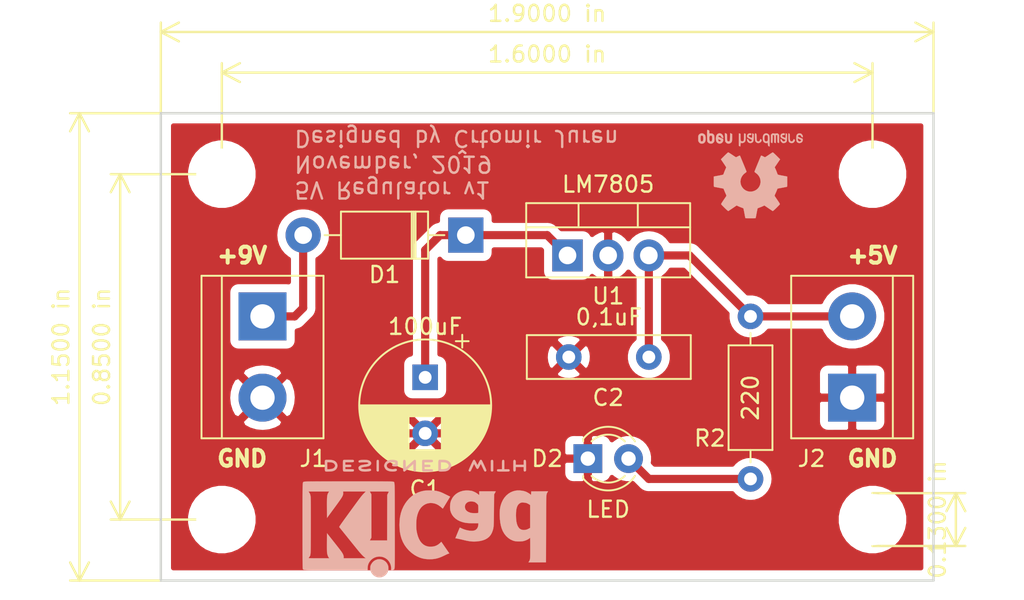
<source format=kicad_pcb>
(kicad_pcb (version 20171130) (host pcbnew "(5.1.4)-1")

  (general
    (thickness 1.6)
    (drawings 14)
    (tracks 25)
    (zones 0)
    (modules 14)
    (nets 6)
  )

  (page A4)
  (title_block
    (title "5V Regulator")
    (date 2019-11-07)
    (rev v1)
    (comment 1 "Črtomir Juren")
  )

  (layers
    (0 F.Cu signal)
    (31 B.Cu signal)
    (32 B.Adhes user)
    (33 F.Adhes user)
    (34 B.Paste user)
    (35 F.Paste user)
    (36 B.SilkS user)
    (37 F.SilkS user)
    (38 B.Mask user)
    (39 F.Mask user)
    (40 Dwgs.User user)
    (41 Cmts.User user)
    (42 Eco1.User user)
    (43 Eco2.User user)
    (44 Edge.Cuts user)
    (45 Margin user)
    (46 B.CrtYd user)
    (47 F.CrtYd user)
    (48 B.Fab user)
    (49 F.Fab user)
  )

  (setup
    (last_trace_width 0.25)
    (user_trace_width 0.25)
    (user_trace_width 0.3)
    (user_trace_width 0.381)
    (user_trace_width 0.508)
    (user_trace_width 0.8128)
    (trace_clearance 0.2)
    (zone_clearance 0.508)
    (zone_45_only no)
    (trace_min 0.2)
    (via_size 0.8)
    (via_drill 0.4)
    (via_min_size 0.4)
    (via_min_drill 0.3)
    (uvia_size 0.3)
    (uvia_drill 0.1)
    (uvias_allowed no)
    (uvia_min_size 0.2)
    (uvia_min_drill 0.1)
    (edge_width 0.15)
    (segment_width 0.2)
    (pcb_text_width 0.3)
    (pcb_text_size 1.5 1.5)
    (mod_edge_width 0.15)
    (mod_text_size 1 1)
    (mod_text_width 0.15)
    (pad_size 1.524 1.524)
    (pad_drill 0.762)
    (pad_to_mask_clearance 0.051)
    (solder_mask_min_width 0.25)
    (aux_axis_origin 0 0)
    (visible_elements 7FFFFF7F)
    (pcbplotparams
      (layerselection 0x010fc_ffffffff)
      (usegerberextensions false)
      (usegerberattributes false)
      (usegerberadvancedattributes false)
      (creategerberjobfile false)
      (excludeedgelayer true)
      (linewidth 0.100000)
      (plotframeref false)
      (viasonmask false)
      (mode 1)
      (useauxorigin false)
      (hpglpennumber 1)
      (hpglpenspeed 20)
      (hpglpendiameter 15.000000)
      (psnegative false)
      (psa4output false)
      (plotreference true)
      (plotvalue true)
      (plotinvisibletext false)
      (padsonsilk false)
      (subtractmaskfromsilk false)
      (outputformat 1)
      (mirror false)
      (drillshape 1)
      (scaleselection 1)
      (outputdirectory ""))
  )

  (net 0 "")
  (net 1 /9V)
  (net 2 /5V)
  (net 3 "Net-(C1-Pad1)")
  (net 4 "Net-(D2-Pad2)")
  (net 5 /GND)

  (net_class Default "This is the default net class."
    (clearance 0.2)
    (trace_width 0.25)
    (via_dia 0.8)
    (via_drill 0.4)
    (uvia_dia 0.3)
    (uvia_drill 0.1)
    (add_net /5V)
    (add_net /9V)
    (add_net /GND)
    (add_net "Net-(C1-Pad1)")
    (add_net "Net-(D2-Pad2)")
  )

  (module Symbol:KiCad-Logo2_6mm_SilkScreen (layer B.Cu) (tedit 0) (tstamp 5DC75D95)
    (at 97.79 137.795)
    (descr "KiCad Logo")
    (tags "Logo KiCad")
    (attr virtual)
    (fp_text reference REF** (at 0 5.08) (layer B.SilkS) hide
      (effects (font (size 1 1) (thickness 0.15)) (justify mirror))
    )
    (fp_text value KiCad-Logo2_6mm_SilkScreen (at 0 -6.35) (layer B.Fab) hide
      (effects (font (size 1 1) (thickness 0.15)) (justify mirror))
    )
    (fp_poly (pts (xy -6.109663 -3.635258) (xy -6.070181 -3.635659) (xy -5.954492 -3.638451) (xy -5.857603 -3.646742)
      (xy -5.776211 -3.661424) (xy -5.707015 -3.683385) (xy -5.646712 -3.713514) (xy -5.592 -3.752702)
      (xy -5.572459 -3.769724) (xy -5.540042 -3.809555) (xy -5.510812 -3.863605) (xy -5.488283 -3.923515)
      (xy -5.475971 -3.980931) (xy -5.474692 -4.002148) (xy -5.482709 -4.060961) (xy -5.504191 -4.125205)
      (xy -5.535291 -4.186013) (xy -5.572158 -4.234522) (xy -5.578146 -4.240374) (xy -5.628871 -4.281513)
      (xy -5.684417 -4.313627) (xy -5.747988 -4.337557) (xy -5.822786 -4.354145) (xy -5.912014 -4.364233)
      (xy -6.018874 -4.368661) (xy -6.06782 -4.369037) (xy -6.130054 -4.368737) (xy -6.17382 -4.367484)
      (xy -6.203223 -4.364746) (xy -6.222371 -4.359993) (xy -6.235369 -4.352693) (xy -6.242337 -4.346459)
      (xy -6.248918 -4.338886) (xy -6.25408 -4.329116) (xy -6.257995 -4.314532) (xy -6.260835 -4.292518)
      (xy -6.262772 -4.260456) (xy -6.263976 -4.215728) (xy -6.26462 -4.155718) (xy -6.264875 -4.077809)
      (xy -6.264914 -4.002148) (xy -6.265162 -3.901233) (xy -6.265109 -3.820619) (xy -6.264149 -3.782014)
      (xy -6.118159 -3.782014) (xy -6.118159 -4.222281) (xy -6.025026 -4.222196) (xy -5.968985 -4.220588)
      (xy -5.910291 -4.216448) (xy -5.86132 -4.210656) (xy -5.85983 -4.210418) (xy -5.780684 -4.191282)
      (xy -5.719294 -4.161479) (xy -5.672597 -4.11907) (xy -5.642927 -4.073153) (xy -5.624645 -4.022218)
      (xy -5.626063 -3.974392) (xy -5.64728 -3.923125) (xy -5.688781 -3.870091) (xy -5.74629 -3.830792)
      (xy -5.821042 -3.804523) (xy -5.871 -3.795227) (xy -5.927708 -3.788699) (xy -5.987811 -3.783974)
      (xy -6.038931 -3.782009) (xy -6.041959 -3.782) (xy -6.118159 -3.782014) (xy -6.264149 -3.782014)
      (xy -6.263552 -3.758043) (xy -6.25929 -3.711247) (xy -6.251122 -3.67797) (xy -6.237848 -3.655951)
      (xy -6.218266 -3.642931) (xy -6.191175 -3.636649) (xy -6.155374 -3.634845) (xy -6.109663 -3.635258)) (layer B.SilkS) (width 0.01))
    (fp_poly (pts (xy -4.701086 -3.635338) (xy -4.631678 -3.63571) (xy -4.579289 -3.636577) (xy -4.541139 -3.638138)
      (xy -4.514451 -3.640595) (xy -4.496445 -3.644149) (xy -4.484341 -3.649002) (xy -4.475361 -3.655353)
      (xy -4.47211 -3.658276) (xy -4.452335 -3.689334) (xy -4.448774 -3.72502) (xy -4.461783 -3.756702)
      (xy -4.467798 -3.763105) (xy -4.477527 -3.769313) (xy -4.493193 -3.774102) (xy -4.5177 -3.777706)
      (xy -4.553953 -3.780356) (xy -4.604857 -3.782287) (xy -4.673318 -3.783731) (xy -4.735909 -3.78461)
      (xy -4.983626 -3.787659) (xy -4.987011 -3.85257) (xy -4.990397 -3.917481) (xy -4.82225 -3.917481)
      (xy -4.749251 -3.918111) (xy -4.695809 -3.920745) (xy -4.65892 -3.926501) (xy -4.63558 -3.936496)
      (xy -4.622786 -3.951848) (xy -4.617534 -3.973674) (xy -4.616737 -3.99393) (xy -4.619215 -4.018784)
      (xy -4.628569 -4.037098) (xy -4.647675 -4.049829) (xy -4.67941 -4.057933) (xy -4.726651 -4.062368)
      (xy -4.792275 -4.064091) (xy -4.828093 -4.064237) (xy -4.98927 -4.064237) (xy -4.98927 -4.222281)
      (xy -4.740914 -4.222281) (xy -4.659505 -4.222394) (xy -4.597634 -4.222904) (xy -4.55226 -4.224062)
      (xy -4.520346 -4.226122) (xy -4.498851 -4.229338) (xy -4.484735 -4.233964) (xy -4.47496 -4.240251)
      (xy -4.469981 -4.244859) (xy -4.452902 -4.271752) (xy -4.447403 -4.295659) (xy -4.455255 -4.324859)
      (xy -4.469981 -4.346459) (xy -4.477838 -4.353258) (xy -4.48798 -4.358538) (xy -4.503136 -4.36249)
      (xy -4.526033 -4.365305) (xy -4.559401 -4.367174) (xy -4.605967 -4.36829) (xy -4.668459 -4.368843)
      (xy -4.749606 -4.369025) (xy -4.791714 -4.369037) (xy -4.88189 -4.368957) (xy -4.952216 -4.36859)
      (xy -5.005421 -4.367744) (xy -5.044232 -4.366228) (xy -5.071379 -4.363851) (xy -5.08959 -4.360421)
      (xy -5.101592 -4.355746) (xy -5.110114 -4.349636) (xy -5.113448 -4.346459) (xy -5.120047 -4.338862)
      (xy -5.125219 -4.329062) (xy -5.129138 -4.314431) (xy -5.131976 -4.292344) (xy -5.133907 -4.260174)
      (xy -5.135104 -4.215295) (xy -5.13574 -4.155081) (xy -5.135989 -4.076905) (xy -5.136026 -4.004115)
      (xy -5.135992 -3.910899) (xy -5.135757 -3.837623) (xy -5.135122 -3.78165) (xy -5.133886 -3.740343)
      (xy -5.131848 -3.711064) (xy -5.128809 -3.691176) (xy -5.124569 -3.678042) (xy -5.118927 -3.669024)
      (xy -5.111683 -3.661485) (xy -5.109898 -3.659804) (xy -5.101237 -3.652364) (xy -5.091174 -3.646601)
      (xy -5.076917 -3.642304) (xy -5.055675 -3.639256) (xy -5.024656 -3.637243) (xy -4.981069 -3.636052)
      (xy -4.922123 -3.635467) (xy -4.845026 -3.635275) (xy -4.790293 -3.635259) (xy -4.701086 -3.635338)) (layer B.SilkS) (width 0.01))
    (fp_poly (pts (xy -3.679995 -3.636543) (xy -3.60518 -3.641773) (xy -3.535598 -3.649942) (xy -3.475294 -3.660742)
      (xy -3.428312 -3.673865) (xy -3.398698 -3.689005) (xy -3.394152 -3.693461) (xy -3.378346 -3.728042)
      (xy -3.383139 -3.763543) (xy -3.407656 -3.793917) (xy -3.408826 -3.794788) (xy -3.423246 -3.804146)
      (xy -3.4383 -3.809068) (xy -3.459297 -3.809665) (xy -3.491549 -3.806053) (xy -3.540365 -3.798346)
      (xy -3.544292 -3.797697) (xy -3.617031 -3.788761) (xy -3.695509 -3.784353) (xy -3.774219 -3.784311)
      (xy -3.847653 -3.788471) (xy -3.910303 -3.796671) (xy -3.956662 -3.808749) (xy -3.959708 -3.809963)
      (xy -3.99334 -3.828807) (xy -4.005156 -3.847877) (xy -3.995906 -3.866631) (xy -3.966339 -3.884529)
      (xy -3.917203 -3.901029) (xy -3.849249 -3.915588) (xy -3.803937 -3.922598) (xy -3.709748 -3.936081)
      (xy -3.634836 -3.948406) (xy -3.576009 -3.960641) (xy -3.530077 -3.973853) (xy -3.493847 -3.989109)
      (xy -3.46413 -4.007477) (xy -3.437734 -4.030023) (xy -3.416522 -4.052163) (xy -3.391357 -4.083011)
      (xy -3.378973 -4.109537) (xy -3.3751 -4.142218) (xy -3.374959 -4.154187) (xy -3.377868 -4.193904)
      (xy -3.389494 -4.223451) (xy -3.409615 -4.249678) (xy -3.450508 -4.289768) (xy -3.496109 -4.320341)
      (xy -3.549805 -4.342395) (xy -3.614984 -4.356927) (xy -3.695036 -4.364933) (xy -3.793349 -4.36741)
      (xy -3.809581 -4.367369) (xy -3.875141 -4.36601) (xy -3.940158 -4.362922) (xy -3.997544 -4.358548)
      (xy -4.040214 -4.353332) (xy -4.043664 -4.352733) (xy -4.086088 -4.342683) (xy -4.122072 -4.329988)
      (xy -4.142442 -4.318382) (xy -4.161399 -4.287764) (xy -4.162719 -4.25211) (xy -4.146377 -4.220336)
      (xy -4.142721 -4.216743) (xy -4.127607 -4.206068) (xy -4.108707 -4.201468) (xy -4.079454 -4.202251)
      (xy -4.043943 -4.206319) (xy -4.004262 -4.209954) (xy -3.948637 -4.21302) (xy -3.883698 -4.215245)
      (xy -3.816077 -4.216356) (xy -3.798292 -4.216429) (xy -3.73042 -4.216156) (xy -3.680746 -4.214838)
      (xy -3.644902 -4.212019) (xy -3.618516 -4.207242) (xy -3.597218 -4.200049) (xy -3.584418 -4.194059)
      (xy -3.556292 -4.177425) (xy -3.53836 -4.16236) (xy -3.535739 -4.158089) (xy -3.541268 -4.140455)
      (xy -3.567552 -4.123384) (xy -3.61277 -4.10765) (xy -3.6751 -4.09403) (xy -3.693463 -4.090996)
      (xy -3.789382 -4.07593) (xy -3.865933 -4.063338) (xy -3.926072 -4.052303) (xy -3.972752 -4.041912)
      (xy -4.008929 -4.031248) (xy -4.037557 -4.019397) (xy -4.06159 -4.005443) (xy -4.083984 -3.988473)
      (xy -4.107694 -3.96757) (xy -4.115672 -3.960241) (xy -4.143645 -3.932891) (xy -4.158452 -3.911221)
      (xy -4.164244 -3.886424) (xy -4.165181 -3.855175) (xy -4.154867 -3.793897) (xy -4.124044 -3.741832)
      (xy -4.072887 -3.69915) (xy -4.001575 -3.666017) (xy -3.950692 -3.651156) (xy -3.895392 -3.641558)
      (xy -3.829145 -3.636128) (xy -3.755998 -3.634559) (xy -3.679995 -3.636543)) (layer B.SilkS) (width 0.01))
    (fp_poly (pts (xy -2.912114 -3.657837) (xy -2.905534 -3.66541) (xy -2.900371 -3.675179) (xy -2.896456 -3.689763)
      (xy -2.893616 -3.711777) (xy -2.891679 -3.74384) (xy -2.890475 -3.788567) (xy -2.889831 -3.848577)
      (xy -2.889576 -3.926486) (xy -2.889537 -4.002148) (xy -2.889606 -4.095994) (xy -2.88993 -4.169881)
      (xy -2.890678 -4.226424) (xy -2.892024 -4.268241) (xy -2.894138 -4.297949) (xy -2.897192 -4.318165)
      (xy -2.901358 -4.331506) (xy -2.906808 -4.34059) (xy -2.912114 -4.346459) (xy -2.945118 -4.366139)
      (xy -2.980283 -4.364373) (xy -3.011747 -4.342909) (xy -3.018976 -4.334529) (xy -3.024626 -4.324806)
      (xy -3.028891 -4.311053) (xy -3.031965 -4.290581) (xy -3.034044 -4.260704) (xy -3.035322 -4.218733)
      (xy -3.035993 -4.161981) (xy -3.036251 -4.087759) (xy -3.036292 -4.003729) (xy -3.036292 -3.690677)
      (xy -3.008583 -3.662968) (xy -2.974429 -3.639655) (xy -2.941298 -3.638815) (xy -2.912114 -3.657837)) (layer B.SilkS) (width 0.01))
    (fp_poly (pts (xy -1.938373 -3.640791) (xy -1.869857 -3.652287) (xy -1.817235 -3.670159) (xy -1.783 -3.693691)
      (xy -1.773671 -3.707116) (xy -1.764185 -3.73834) (xy -1.770569 -3.766587) (xy -1.790722 -3.793374)
      (xy -1.822037 -3.805905) (xy -1.867475 -3.804888) (xy -1.902618 -3.798098) (xy -1.980711 -3.785163)
      (xy -2.060518 -3.783934) (xy -2.149847 -3.794433) (xy -2.174521 -3.798882) (xy -2.257583 -3.8223)
      (xy -2.322565 -3.857137) (xy -2.368753 -3.902796) (xy -2.395437 -3.958686) (xy -2.400955 -3.98758)
      (xy -2.397343 -4.046204) (xy -2.374021 -4.098071) (xy -2.333116 -4.14217) (xy -2.276751 -4.177491)
      (xy -2.207052 -4.203021) (xy -2.126144 -4.217751) (xy -2.036152 -4.22067) (xy -1.939202 -4.210767)
      (xy -1.933728 -4.209833) (xy -1.895167 -4.202651) (xy -1.873786 -4.195713) (xy -1.864519 -4.185419)
      (xy -1.862298 -4.168168) (xy -1.862248 -4.159033) (xy -1.862248 -4.120681) (xy -1.930723 -4.120681)
      (xy -1.991192 -4.116539) (xy -2.032457 -4.103339) (xy -2.056467 -4.079922) (xy -2.065169 -4.045128)
      (xy -2.065275 -4.040586) (xy -2.060184 -4.010846) (xy -2.042725 -3.989611) (xy -2.010231 -3.975558)
      (xy -1.960035 -3.967365) (xy -1.911415 -3.964353) (xy -1.840748 -3.962625) (xy -1.78949 -3.965262)
      (xy -1.754531 -3.974992) (xy -1.732762 -3.994545) (xy -1.721072 -4.026648) (xy -1.716352 -4.07403)
      (xy -1.715492 -4.136263) (xy -1.716901 -4.205727) (xy -1.72114 -4.252978) (xy -1.728228 -4.278204)
      (xy -1.729603 -4.28018) (xy -1.76852 -4.3117) (xy -1.825578 -4.336662) (xy -1.897161 -4.354532)
      (xy -1.97965 -4.364778) (xy -2.069431 -4.366865) (xy -2.162884 -4.36026) (xy -2.217848 -4.352148)
      (xy -2.304058 -4.327746) (xy -2.384184 -4.287854) (xy -2.451269 -4.236079) (xy -2.461465 -4.225731)
      (xy -2.494594 -4.182227) (xy -2.524486 -4.12831) (xy -2.547649 -4.071784) (xy -2.56059 -4.020451)
      (xy -2.56215 -4.000736) (xy -2.55551 -3.959611) (xy -2.53786 -3.908444) (xy -2.512589 -3.854586)
      (xy -2.483081 -3.805387) (xy -2.457011 -3.772526) (xy -2.396057 -3.723644) (xy -2.317261 -3.684737)
      (xy -2.223449 -3.656686) (xy -2.117442 -3.640371) (xy -2.020292 -3.636384) (xy -1.938373 -3.640791)) (layer B.SilkS) (width 0.01))
    (fp_poly (pts (xy -1.288406 -3.63964) (xy -1.26484 -3.653465) (xy -1.234027 -3.676073) (xy -1.19437 -3.70853)
      (xy -1.144272 -3.7519) (xy -1.082135 -3.80725) (xy -1.006364 -3.875643) (xy -0.919626 -3.954276)
      (xy -0.739003 -4.11807) (xy -0.733359 -3.898221) (xy -0.731321 -3.822543) (xy -0.729355 -3.766186)
      (xy -0.727026 -3.725898) (xy -0.723898 -3.698427) (xy -0.719537 -3.680521) (xy -0.713508 -3.668929)
      (xy -0.705376 -3.6604) (xy -0.701064 -3.656815) (xy -0.666533 -3.637862) (xy -0.633675 -3.640633)
      (xy -0.60761 -3.656825) (xy -0.580959 -3.678391) (xy -0.577644 -3.993343) (xy -0.576727 -4.085971)
      (xy -0.57626 -4.158736) (xy -0.576405 -4.214353) (xy -0.577324 -4.255534) (xy -0.579179 -4.284995)
      (xy -0.582131 -4.305447) (xy -0.586342 -4.319605) (xy -0.591974 -4.330183) (xy -0.598219 -4.338666)
      (xy -0.611731 -4.354399) (xy -0.625175 -4.364828) (xy -0.640416 -4.368831) (xy -0.659318 -4.365286)
      (xy -0.683747 -4.353071) (xy -0.715565 -4.331063) (xy -0.75664 -4.298141) (xy -0.808834 -4.253183)
      (xy -0.874014 -4.195067) (xy -0.947848 -4.128291) (xy -1.213137 -3.88765) (xy -1.218781 -4.106781)
      (xy -1.220823 -4.18232) (xy -1.222794 -4.238546) (xy -1.225131 -4.278716) (xy -1.228273 -4.306088)
      (xy -1.232656 -4.32392) (xy -1.238716 -4.335471) (xy -1.246892 -4.343999) (xy -1.251076 -4.347474)
      (xy -1.288057 -4.366564) (xy -1.323 -4.363685) (xy -1.353428 -4.339292) (xy -1.360389 -4.329478)
      (xy -1.365815 -4.318018) (xy -1.369895 -4.30216) (xy -1.372821 -4.279155) (xy -1.374784 -4.246254)
      (xy -1.375975 -4.200708) (xy -1.376584 -4.139765) (xy -1.376803 -4.060678) (xy -1.376826 -4.002148)
      (xy -1.376752 -3.910599) (xy -1.376405 -3.838879) (xy -1.375593 -3.784237) (xy -1.374125 -3.743924)
      (xy -1.371811 -3.71519) (xy -1.368459 -3.695285) (xy -1.36388 -3.68146) (xy -1.357881 -3.670964)
      (xy -1.353428 -3.665003) (xy -1.342142 -3.650883) (xy -1.331593 -3.640221) (xy -1.320185 -3.634084)
      (xy -1.306322 -3.633535) (xy -1.288406 -3.63964)) (layer B.SilkS) (width 0.01))
    (fp_poly (pts (xy 0.242051 -3.635452) (xy 0.318409 -3.636366) (xy 0.376925 -3.638503) (xy 0.419963 -3.642367)
      (xy 0.449891 -3.648459) (xy 0.469076 -3.657282) (xy 0.479884 -3.669338) (xy 0.484681 -3.685131)
      (xy 0.485835 -3.705162) (xy 0.485841 -3.707527) (xy 0.484839 -3.730184) (xy 0.480104 -3.747695)
      (xy 0.469041 -3.760766) (xy 0.449056 -3.770105) (xy 0.417554 -3.776419) (xy 0.37194 -3.780414)
      (xy 0.309621 -3.782798) (xy 0.228001 -3.784278) (xy 0.202985 -3.784606) (xy -0.039092 -3.787659)
      (xy -0.042478 -3.85257) (xy -0.045863 -3.917481) (xy 0.122284 -3.917481) (xy 0.187974 -3.917723)
      (xy 0.23488 -3.918748) (xy 0.266791 -3.921003) (xy 0.287499 -3.924934) (xy 0.300792 -3.93099)
      (xy 0.310463 -3.939616) (xy 0.310525 -3.939685) (xy 0.328064 -3.973304) (xy 0.32743 -4.00964)
      (xy 0.309022 -4.040615) (xy 0.305379 -4.043799) (xy 0.292449 -4.052004) (xy 0.274732 -4.057713)
      (xy 0.248278 -4.061354) (xy 0.20914 -4.063359) (xy 0.15337 -4.064156) (xy 0.117702 -4.064237)
      (xy -0.044737 -4.064237) (xy -0.044737 -4.222281) (xy 0.201869 -4.222281) (xy 0.283288 -4.222423)
      (xy 0.345118 -4.223006) (xy 0.390345 -4.22426) (xy 0.421956 -4.226419) (xy 0.442939 -4.229715)
      (xy 0.456281 -4.234381) (xy 0.464969 -4.240649) (xy 0.467158 -4.242925) (xy 0.483322 -4.274472)
      (xy 0.484505 -4.31036) (xy 0.471244 -4.341477) (xy 0.460751 -4.351463) (xy 0.449837 -4.356961)
      (xy 0.432925 -4.361214) (xy 0.407341 -4.364372) (xy 0.370409 -4.366584) (xy 0.319454 -4.367998)
      (xy 0.251802 -4.368764) (xy 0.164777 -4.36903) (xy 0.145102 -4.369037) (xy 0.056619 -4.368979)
      (xy -0.012065 -4.368659) (xy -0.063728 -4.367859) (xy -0.101147 -4.366359) (xy -0.127102 -4.363941)
      (xy -0.14437 -4.360386) (xy -0.15573 -4.355474) (xy -0.16396 -4.348987) (xy -0.168475 -4.34433)
      (xy -0.175271 -4.336081) (xy -0.18058 -4.325861) (xy -0.184586 -4.310992) (xy -0.187471 -4.288794)
      (xy -0.189418 -4.256585) (xy -0.190611 -4.211688) (xy -0.191231 -4.15142) (xy -0.191463 -4.073103)
      (xy -0.191492 -4.007186) (xy -0.191421 -3.91482) (xy -0.191084 -3.842309) (xy -0.190294 -3.786929)
      (xy -0.188866 -3.745957) (xy -0.186613 -3.71667) (xy -0.183349 -3.696345) (xy -0.178888 -3.682258)
      (xy -0.173044 -3.671687) (xy -0.168095 -3.665003) (xy -0.144698 -3.635259) (xy 0.145482 -3.635259)
      (xy 0.242051 -3.635452)) (layer B.SilkS) (width 0.01))
    (fp_poly (pts (xy 1.030017 -3.635467) (xy 1.158996 -3.639828) (xy 1.268699 -3.653053) (xy 1.360934 -3.675933)
      (xy 1.43751 -3.709262) (xy 1.500235 -3.75383) (xy 1.55092 -3.810428) (xy 1.591371 -3.87985)
      (xy 1.592167 -3.881543) (xy 1.616309 -3.943675) (xy 1.624911 -3.998701) (xy 1.617939 -4.054079)
      (xy 1.595362 -4.117265) (xy 1.59108 -4.126881) (xy 1.56188 -4.183158) (xy 1.529064 -4.226643)
      (xy 1.48671 -4.263609) (xy 1.428898 -4.300327) (xy 1.425539 -4.302244) (xy 1.375212 -4.326419)
      (xy 1.318329 -4.344474) (xy 1.251235 -4.357031) (xy 1.170273 -4.364714) (xy 1.07179 -4.368145)
      (xy 1.036994 -4.368443) (xy 0.871302 -4.369037) (xy 0.847905 -4.339292) (xy 0.840965 -4.329511)
      (xy 0.83555 -4.318089) (xy 0.831473 -4.302287) (xy 0.828545 -4.279367) (xy 0.826575 -4.246588)
      (xy 0.825933 -4.222281) (xy 0.982552 -4.222281) (xy 1.076434 -4.222281) (xy 1.131372 -4.220675)
      (xy 1.187768 -4.216447) (xy 1.234053 -4.210484) (xy 1.236847 -4.209982) (xy 1.319056 -4.187928)
      (xy 1.382822 -4.154792) (xy 1.43016 -4.109039) (xy 1.46309 -4.049131) (xy 1.468816 -4.033253)
      (xy 1.474429 -4.008525) (xy 1.471999 -3.984094) (xy 1.460175 -3.951592) (xy 1.453048 -3.935626)
      (xy 1.429708 -3.893198) (xy 1.401588 -3.863432) (xy 1.370648 -3.842703) (xy 1.308674 -3.815729)
      (xy 1.229359 -3.79619) (xy 1.136961 -3.784938) (xy 1.070041 -3.782462) (xy 0.982552 -3.782014)
      (xy 0.982552 -4.222281) (xy 0.825933 -4.222281) (xy 0.825376 -4.201213) (xy 0.824758 -4.140503)
      (xy 0.824533 -4.061718) (xy 0.824508 -4.000112) (xy 0.824508 -3.690677) (xy 0.852217 -3.662968)
      (xy 0.864514 -3.651736) (xy 0.877811 -3.644045) (xy 0.89638 -3.639232) (xy 0.924494 -3.636638)
      (xy 0.966425 -3.635602) (xy 1.026445 -3.635462) (xy 1.030017 -3.635467)) (layer B.SilkS) (width 0.01))
    (fp_poly (pts (xy 3.756373 -3.637226) (xy 3.775963 -3.644227) (xy 3.776718 -3.644569) (xy 3.803321 -3.66487)
      (xy 3.817978 -3.685753) (xy 3.820846 -3.695544) (xy 3.820704 -3.708553) (xy 3.816669 -3.727087)
      (xy 3.807854 -3.753449) (xy 3.793377 -3.789944) (xy 3.772353 -3.838879) (xy 3.743896 -3.902557)
      (xy 3.707123 -3.983285) (xy 3.686883 -4.027408) (xy 3.650333 -4.106177) (xy 3.616023 -4.178615)
      (xy 3.58526 -4.242072) (xy 3.559356 -4.2939) (xy 3.539618 -4.331451) (xy 3.527358 -4.352076)
      (xy 3.524932 -4.354925) (xy 3.493891 -4.367494) (xy 3.458829 -4.365811) (xy 3.430708 -4.350524)
      (xy 3.429562 -4.349281) (xy 3.418376 -4.332346) (xy 3.399612 -4.299362) (xy 3.375583 -4.254572)
      (xy 3.348605 -4.202224) (xy 3.338909 -4.182934) (xy 3.265722 -4.036342) (xy 3.185948 -4.195585)
      (xy 3.157475 -4.250607) (xy 3.131058 -4.298324) (xy 3.108856 -4.335085) (xy 3.093027 -4.357236)
      (xy 3.087662 -4.361933) (xy 3.045965 -4.368294) (xy 3.011557 -4.354925) (xy 3.001436 -4.340638)
      (xy 2.983922 -4.308884) (xy 2.960443 -4.262789) (xy 2.932428 -4.205477) (xy 2.901307 -4.140072)
      (xy 2.868507 -4.069699) (xy 2.835458 -3.997483) (xy 2.803589 -3.926547) (xy 2.774327 -3.860017)
      (xy 2.749103 -3.801018) (xy 2.729344 -3.752673) (xy 2.71648 -3.718107) (xy 2.711939 -3.700445)
      (xy 2.711985 -3.699805) (xy 2.723034 -3.67758) (xy 2.745118 -3.654945) (xy 2.746418 -3.65396)
      (xy 2.773561 -3.638617) (xy 2.798666 -3.638766) (xy 2.808076 -3.641658) (xy 2.819542 -3.64791)
      (xy 2.831718 -3.660206) (xy 2.846065 -3.6811) (xy 2.864044 -3.713141) (xy 2.887115 -3.75888)
      (xy 2.916738 -3.820869) (xy 2.943453 -3.87809) (xy 2.974188 -3.944418) (xy 3.001729 -4.004066)
      (xy 3.024646 -4.053917) (xy 3.041506 -4.090856) (xy 3.050881 -4.111765) (xy 3.052248 -4.115037)
      (xy 3.058397 -4.109689) (xy 3.07253 -4.087301) (xy 3.092765 -4.051138) (xy 3.117223 -4.004469)
      (xy 3.126956 -3.985214) (xy 3.159925 -3.920196) (xy 3.185351 -3.872846) (xy 3.20532 -3.840411)
      (xy 3.221918 -3.820138) (xy 3.237232 -3.809274) (xy 3.253348 -3.805067) (xy 3.263851 -3.804592)
      (xy 3.282378 -3.806234) (xy 3.298612 -3.813023) (xy 3.314743 -3.827758) (xy 3.332959 -3.853236)
      (xy 3.355447 -3.892253) (xy 3.384397 -3.947606) (xy 3.40037 -3.979095) (xy 3.426278 -4.029279)
      (xy 3.448875 -4.070896) (xy 3.466166 -4.100434) (xy 3.476158 -4.114381) (xy 3.477517 -4.114962)
      (xy 3.483969 -4.103985) (xy 3.498416 -4.075482) (xy 3.519411 -4.032436) (xy 3.545505 -3.97783)
      (xy 3.575254 -3.914646) (xy 3.589888 -3.883263) (xy 3.627958 -3.80227) (xy 3.658613 -3.739948)
      (xy 3.683445 -3.694263) (xy 3.704045 -3.663181) (xy 3.722006 -3.64467) (xy 3.738918 -3.636696)
      (xy 3.756373 -3.637226)) (layer B.SilkS) (width 0.01))
    (fp_poly (pts (xy 4.200322 -3.642069) (xy 4.224035 -3.656839) (xy 4.250686 -3.678419) (xy 4.250686 -3.999965)
      (xy 4.250601 -4.094022) (xy 4.250237 -4.168124) (xy 4.249432 -4.224896) (xy 4.248021 -4.26696)
      (xy 4.245841 -4.29694) (xy 4.242729 -4.317459) (xy 4.238522 -4.331141) (xy 4.233056 -4.340608)
      (xy 4.22918 -4.345274) (xy 4.197742 -4.365767) (xy 4.161941 -4.364931) (xy 4.130581 -4.347456)
      (xy 4.10393 -4.325876) (xy 4.10393 -3.678419) (xy 4.130581 -3.656839) (xy 4.156302 -3.641141)
      (xy 4.177308 -3.635259) (xy 4.200322 -3.642069)) (layer B.SilkS) (width 0.01))
    (fp_poly (pts (xy 4.974773 -3.635355) (xy 5.05348 -3.635734) (xy 5.114571 -3.636525) (xy 5.160525 -3.637862)
      (xy 5.193822 -3.639875) (xy 5.216944 -3.642698) (xy 5.23237 -3.646461) (xy 5.242579 -3.651297)
      (xy 5.247521 -3.655014) (xy 5.273165 -3.68755) (xy 5.276267 -3.72133) (xy 5.260419 -3.752018)
      (xy 5.250056 -3.764281) (xy 5.238904 -3.772642) (xy 5.222743 -3.777849) (xy 5.19735 -3.780649)
      (xy 5.158506 -3.781788) (xy 5.101988 -3.782013) (xy 5.090888 -3.782014) (xy 4.944952 -3.782014)
      (xy 4.944952 -4.052948) (xy 4.944856 -4.138346) (xy 4.944419 -4.204056) (xy 4.94342 -4.252966)
      (xy 4.941636 -4.287965) (xy 4.938845 -4.311941) (xy 4.934825 -4.327785) (xy 4.929353 -4.338383)
      (xy 4.922374 -4.346459) (xy 4.889442 -4.366304) (xy 4.855062 -4.36474) (xy 4.823884 -4.342098)
      (xy 4.821594 -4.339292) (xy 4.814137 -4.328684) (xy 4.808455 -4.316273) (xy 4.804309 -4.299042)
      (xy 4.801458 -4.273976) (xy 4.799662 -4.238059) (xy 4.79868 -4.188275) (xy 4.798272 -4.121609)
      (xy 4.798197 -4.045781) (xy 4.798197 -3.782014) (xy 4.658835 -3.782014) (xy 4.59903 -3.78161)
      (xy 4.557626 -3.780032) (xy 4.530456 -3.776739) (xy 4.513354 -3.771184) (xy 4.502151 -3.762823)
      (xy 4.500791 -3.76137) (xy 4.484433 -3.728131) (xy 4.48588 -3.690554) (xy 4.504686 -3.657837)
      (xy 4.511958 -3.65149) (xy 4.521335 -3.646458) (xy 4.535317 -3.642588) (xy 4.556404 -3.639729)
      (xy 4.587097 -3.637727) (xy 4.629897 -3.636431) (xy 4.687303 -3.63569) (xy 4.761818 -3.63535)
      (xy 4.855941 -3.63526) (xy 4.875968 -3.635259) (xy 4.974773 -3.635355)) (layer B.SilkS) (width 0.01))
    (fp_poly (pts (xy 6.240531 -3.640725) (xy 6.27191 -3.662968) (xy 6.299619 -3.690677) (xy 6.299619 -4.000112)
      (xy 6.299546 -4.091991) (xy 6.299203 -4.164032) (xy 6.2984 -4.218972) (xy 6.296949 -4.259552)
      (xy 6.29466 -4.288509) (xy 6.291344 -4.308583) (xy 6.286813 -4.322513) (xy 6.280877 -4.333037)
      (xy 6.276222 -4.339292) (xy 6.245491 -4.363865) (xy 6.210204 -4.366533) (xy 6.177953 -4.351463)
      (xy 6.167296 -4.342566) (xy 6.160172 -4.330749) (xy 6.155875 -4.311718) (xy 6.153699 -4.281184)
      (xy 6.152936 -4.234854) (xy 6.152863 -4.199063) (xy 6.152863 -4.064237) (xy 5.656152 -4.064237)
      (xy 5.656152 -4.186892) (xy 5.655639 -4.242979) (xy 5.653584 -4.281525) (xy 5.649216 -4.307553)
      (xy 5.641764 -4.326089) (xy 5.632755 -4.339292) (xy 5.601852 -4.363796) (xy 5.566904 -4.366698)
      (xy 5.533446 -4.349281) (xy 5.524312 -4.340151) (xy 5.51786 -4.328047) (xy 5.513605 -4.309193)
      (xy 5.51106 -4.279812) (xy 5.509737 -4.236129) (xy 5.509151 -4.174367) (xy 5.509083 -4.160192)
      (xy 5.508599 -4.043823) (xy 5.508349 -3.947919) (xy 5.508431 -3.870369) (xy 5.508939 -3.809061)
      (xy 5.50997 -3.761882) (xy 5.511621 -3.726722) (xy 5.513987 -3.701468) (xy 5.517165 -3.684009)
      (xy 5.521252 -3.672233) (xy 5.526342 -3.664027) (xy 5.531974 -3.657837) (xy 5.563836 -3.638036)
      (xy 5.597065 -3.640725) (xy 5.628443 -3.662968) (xy 5.641141 -3.677318) (xy 5.649234 -3.69317)
      (xy 5.65375 -3.715746) (xy 5.655714 -3.75027) (xy 5.656152 -3.801968) (xy 5.656152 -3.917481)
      (xy 6.152863 -3.917481) (xy 6.152863 -3.798948) (xy 6.15337 -3.74434) (xy 6.155406 -3.707467)
      (xy 6.159743 -3.683499) (xy 6.167155 -3.667607) (xy 6.175441 -3.657837) (xy 6.207302 -3.638036)
      (xy 6.240531 -3.640725)) (layer B.SilkS) (width 0.01))
    (fp_poly (pts (xy -2.726079 2.96351) (xy -2.622973 2.927762) (xy -2.526978 2.871493) (xy -2.441247 2.794712)
      (xy -2.36893 2.697427) (xy -2.336445 2.636108) (xy -2.308332 2.55034) (xy -2.294705 2.451323)
      (xy -2.296214 2.349529) (xy -2.312969 2.257286) (xy -2.358763 2.144568) (xy -2.425168 2.046793)
      (xy -2.508809 1.965885) (xy -2.606312 1.903768) (xy -2.7143 1.862366) (xy -2.829399 1.843603)
      (xy -2.948234 1.849402) (xy -3.006811 1.861794) (xy -3.120972 1.906203) (xy -3.222365 1.973967)
      (xy -3.308545 2.062999) (xy -3.377066 2.171209) (xy -3.382864 2.183027) (xy -3.402904 2.227372)
      (xy -3.415487 2.26472) (xy -3.422319 2.30412) (xy -3.425105 2.354619) (xy -3.425568 2.409567)
      (xy -3.424803 2.475585) (xy -3.421352 2.523311) (xy -3.413477 2.561897) (xy -3.399443 2.600494)
      (xy -3.38212 2.638574) (xy -3.317505 2.746672) (xy -3.237934 2.834197) (xy -3.14656 2.901159)
      (xy -3.046536 2.947564) (xy -2.941012 2.973419) (xy -2.833142 2.978732) (xy -2.726079 2.96351)) (layer B.SilkS) (width 0.01))
    (fp_poly (pts (xy 6.84227 2.043175) (xy 6.959041 2.042696) (xy 6.998729 2.042455) (xy 7.544486 2.038865)
      (xy 7.551351 -0.054919) (xy 7.552258 -0.338842) (xy 7.553062 -0.59664) (xy 7.553815 -0.829646)
      (xy 7.554569 -1.039194) (xy 7.555375 -1.226618) (xy 7.556285 -1.39325) (xy 7.557351 -1.540425)
      (xy 7.558624 -1.669477) (xy 7.560156 -1.781739) (xy 7.561998 -1.878544) (xy 7.564203 -1.961226)
      (xy 7.566822 -2.031119) (xy 7.569906 -2.089557) (xy 7.573508 -2.137872) (xy 7.577678 -2.1774)
      (xy 7.582469 -2.209473) (xy 7.587931 -2.235424) (xy 7.594118 -2.256589) (xy 7.60108 -2.274299)
      (xy 7.608869 -2.289889) (xy 7.617537 -2.304693) (xy 7.627135 -2.320044) (xy 7.637715 -2.337276)
      (xy 7.639884 -2.340946) (xy 7.676268 -2.403031) (xy 7.150431 -2.399434) (xy 6.624594 -2.395838)
      (xy 6.617729 -2.280331) (xy 6.613992 -2.224899) (xy 6.610097 -2.192851) (xy 6.604811 -2.180135)
      (xy 6.596903 -2.182696) (xy 6.59027 -2.190024) (xy 6.561374 -2.216714) (xy 6.514279 -2.251021)
      (xy 6.45562 -2.288846) (xy 6.392031 -2.32609) (xy 6.330149 -2.358653) (xy 6.282634 -2.380077)
      (xy 6.171316 -2.415283) (xy 6.043596 -2.440222) (xy 5.908901 -2.453941) (xy 5.776663 -2.455486)
      (xy 5.656308 -2.443906) (xy 5.654326 -2.443574) (xy 5.489641 -2.40225) (xy 5.335479 -2.336412)
      (xy 5.193328 -2.247474) (xy 5.064675 -2.136852) (xy 4.951007 -2.005961) (xy 4.85381 -1.856216)
      (xy 4.774572 -1.689033) (xy 4.73143 -1.56519) (xy 4.702979 -1.461581) (xy 4.68188 -1.361252)
      (xy 4.667488 -1.258109) (xy 4.659158 -1.146057) (xy 4.656245 -1.019001) (xy 4.657535 -0.915252)
      (xy 5.67065 -0.915252) (xy 5.675444 -1.089222) (xy 5.690568 -1.238895) (xy 5.716485 -1.365597)
      (xy 5.753663 -1.470658) (xy 5.802565 -1.555406) (xy 5.863658 -1.621169) (xy 5.934177 -1.667659)
      (xy 5.970871 -1.685014) (xy 6.002696 -1.695419) (xy 6.038177 -1.700179) (xy 6.085841 -1.700601)
      (xy 6.137189 -1.698748) (xy 6.238169 -1.689841) (xy 6.318035 -1.672398) (xy 6.343135 -1.663661)
      (xy 6.400448 -1.637857) (xy 6.460897 -1.605453) (xy 6.487297 -1.589233) (xy 6.555946 -1.544205)
      (xy 6.555946 -0.116982) (xy 6.480432 -0.071718) (xy 6.375121 -0.020572) (xy 6.267525 0.009676)
      (xy 6.161581 0.019205) (xy 6.061224 0.008193) (xy 5.970387 -0.023181) (xy 5.893007 -0.07474)
      (xy 5.868039 -0.099488) (xy 5.807856 -0.180577) (xy 5.759145 -0.278734) (xy 5.721499 -0.395643)
      (xy 5.694512 -0.532985) (xy 5.677775 -0.692444) (xy 5.670883 -0.8757) (xy 5.67065 -0.915252)
      (xy 4.657535 -0.915252) (xy 4.658073 -0.872067) (xy 4.669647 -0.646053) (xy 4.69292 -0.442192)
      (xy 4.728504 -0.257513) (xy 4.777013 -0.089048) (xy 4.83906 0.066174) (xy 4.861201 0.112192)
      (xy 4.950385 0.262261) (xy 5.058159 0.395623) (xy 5.18199 0.510123) (xy 5.319342 0.603611)
      (xy 5.467683 0.673932) (xy 5.556604 0.70294) (xy 5.643933 0.72016) (xy 5.749011 0.730406)
      (xy 5.863029 0.733682) (xy 5.977177 0.729991) (xy 6.082648 0.71934) (xy 6.167334 0.70263)
      (xy 6.268128 0.66986) (xy 6.365822 0.627721) (xy 6.451296 0.580481) (xy 6.496789 0.548419)
      (xy 6.528169 0.524578) (xy 6.550142 0.510061) (xy 6.555141 0.508) (xy 6.55669 0.521282)
      (xy 6.558135 0.559337) (xy 6.559443 0.619481) (xy 6.560583 0.699027) (xy 6.561521 0.795289)
      (xy 6.562226 0.905581) (xy 6.562667 1.027219) (xy 6.562811 1.151115) (xy 6.56273 1.309804)
      (xy 6.562335 1.443592) (xy 6.561395 1.55504) (xy 6.55968 1.646705) (xy 6.556957 1.721147)
      (xy 6.552997 1.780925) (xy 6.547569 1.828598) (xy 6.540441 1.866726) (xy 6.531384 1.897866)
      (xy 6.520167 1.924579) (xy 6.506558 1.949423) (xy 6.490328 1.974957) (xy 6.48824 1.978119)
      (xy 6.467306 2.01119) (xy 6.454667 2.033931) (xy 6.452973 2.038728) (xy 6.466216 2.040241)
      (xy 6.504002 2.041472) (xy 6.563416 2.042401) (xy 6.641542 2.043008) (xy 6.735465 2.043273)
      (xy 6.84227 2.043175)) (layer B.SilkS) (width 0.01))
    (fp_poly (pts (xy 3.167505 0.735771) (xy 3.235531 0.730622) (xy 3.430163 0.704727) (xy 3.602529 0.663425)
      (xy 3.75347 0.606147) (xy 3.883825 0.532326) (xy 3.994434 0.441392) (xy 4.086135 0.332778)
      (xy 4.15977 0.205915) (xy 4.213539 0.068648) (xy 4.227187 0.024863) (xy 4.239073 -0.016141)
      (xy 4.249334 -0.056569) (xy 4.258113 -0.09863) (xy 4.265548 -0.144531) (xy 4.27178 -0.19648)
      (xy 4.27695 -0.256685) (xy 4.281196 -0.327352) (xy 4.28466 -0.410689) (xy 4.287481 -0.508905)
      (xy 4.2898 -0.624205) (xy 4.291757 -0.758799) (xy 4.293491 -0.914893) (xy 4.295143 -1.094695)
      (xy 4.296324 -1.235676) (xy 4.30427 -2.203622) (xy 4.355756 -2.29677) (xy 4.380137 -2.341645)
      (xy 4.39828 -2.376501) (xy 4.406935 -2.395054) (xy 4.407243 -2.396311) (xy 4.394014 -2.397749)
      (xy 4.356326 -2.399074) (xy 4.297183 -2.400249) (xy 4.219586 -2.401237) (xy 4.126536 -2.401999)
      (xy 4.021035 -2.4025) (xy 3.906084 -2.402701) (xy 3.892378 -2.402703) (xy 3.377513 -2.402703)
      (xy 3.377513 -2.286) (xy 3.376635 -2.23326) (xy 3.374292 -2.192926) (xy 3.370921 -2.1713)
      (xy 3.369431 -2.169298) (xy 3.355804 -2.177683) (xy 3.327757 -2.199692) (xy 3.291303 -2.230601)
      (xy 3.290485 -2.231316) (xy 3.223962 -2.280843) (xy 3.139948 -2.330575) (xy 3.047937 -2.375626)
      (xy 2.957421 -2.41111) (xy 2.917567 -2.423236) (xy 2.838255 -2.438637) (xy 2.740935 -2.448465)
      (xy 2.634516 -2.45258) (xy 2.527907 -2.450841) (xy 2.430017 -2.443108) (xy 2.361513 -2.431981)
      (xy 2.19352 -2.382648) (xy 2.042281 -2.312342) (xy 1.908782 -2.221933) (xy 1.794006 -2.112295)
      (xy 1.698937 -1.984299) (xy 1.62456 -1.838818) (xy 1.592474 -1.750541) (xy 1.572365 -1.664739)
      (xy 1.559038 -1.561736) (xy 1.552872 -1.451034) (xy 1.553074 -1.434925) (xy 2.481648 -1.434925)
      (xy 2.489348 -1.517184) (xy 2.514989 -1.585546) (xy 2.562378 -1.64897) (xy 2.580579 -1.667567)
      (xy 2.645282 -1.717846) (xy 2.720066 -1.750056) (xy 2.809662 -1.765648) (xy 2.904012 -1.766796)
      (xy 2.993501 -1.759216) (xy 3.062018 -1.744389) (xy 3.091775 -1.733253) (xy 3.145408 -1.702904)
      (xy 3.202235 -1.660221) (xy 3.254082 -1.612317) (xy 3.292778 -1.566301) (xy 3.303054 -1.549421)
      (xy 3.311042 -1.525782) (xy 3.316721 -1.488168) (xy 3.320356 -1.432985) (xy 3.322211 -1.35664)
      (xy 3.322594 -1.283981) (xy 3.322335 -1.19927) (xy 3.321287 -1.138018) (xy 3.319045 -1.096227)
      (xy 3.315206 -1.069899) (xy 3.309365 -1.055035) (xy 3.301118 -1.047639) (xy 3.298567 -1.046461)
      (xy 3.2764 -1.042833) (xy 3.23268 -1.039866) (xy 3.173311 -1.037827) (xy 3.104196 -1.036983)
      (xy 3.089189 -1.036982) (xy 2.996805 -1.038457) (xy 2.925432 -1.042842) (xy 2.868719 -1.050738)
      (xy 2.821872 -1.06227) (xy 2.705669 -1.106215) (xy 2.614543 -1.160243) (xy 2.547705 -1.225219)
      (xy 2.504365 -1.302005) (xy 2.483734 -1.391467) (xy 2.481648 -1.434925) (xy 1.553074 -1.434925)
      (xy 1.554244 -1.342133) (xy 1.563532 -1.244536) (xy 1.570777 -1.205105) (xy 1.617039 -1.058701)
      (xy 1.687384 -0.923995) (xy 1.780484 -0.80228) (xy 1.895012 -0.694847) (xy 2.02964 -0.602988)
      (xy 2.18304 -0.527996) (xy 2.313459 -0.482458) (xy 2.400623 -0.458533) (xy 2.483996 -0.439943)
      (xy 2.568976 -0.426084) (xy 2.660965 -0.416351) (xy 2.765362 -0.410141) (xy 2.887568 -0.406851)
      (xy 2.998055 -0.405924) (xy 3.325677 -0.405027) (xy 3.319401 -0.306547) (xy 3.301579 -0.199695)
      (xy 3.263667 -0.107852) (xy 3.20728 -0.03331) (xy 3.134031 0.021636) (xy 3.069535 0.048448)
      (xy 2.977123 0.065346) (xy 2.867111 0.067773) (xy 2.744656 0.056622) (xy 2.614914 0.03279)
      (xy 2.483042 -0.00283) (xy 2.354198 -0.049343) (xy 2.260566 -0.091883) (xy 2.215517 -0.113728)
      (xy 2.181156 -0.128984) (xy 2.163681 -0.134937) (xy 2.162733 -0.134746) (xy 2.156703 -0.121412)
      (xy 2.141645 -0.086068) (xy 2.118977 -0.032101) (xy 2.090115 0.037104) (xy 2.056477 0.11816)
      (xy 2.022284 0.200882) (xy 1.885586 0.532197) (xy 1.98282 0.548167) (xy 2.024964 0.55618)
      (xy 2.088319 0.569639) (xy 2.167457 0.587321) (xy 2.256951 0.608004) (xy 2.351373 0.630468)
      (xy 2.388973 0.639597) (xy 2.551637 0.677326) (xy 2.69405 0.705612) (xy 2.821527 0.725028)
      (xy 2.939384 0.736146) (xy 3.052938 0.739536) (xy 3.167505 0.735771)) (layer B.SilkS) (width 0.01))
    (fp_poly (pts (xy 0.439962 1.839501) (xy 0.588014 1.823293) (xy 0.731452 1.794282) (xy 0.87611 1.750955)
      (xy 1.027824 1.691799) (xy 1.192428 1.6153) (xy 1.222071 1.600483) (xy 1.290098 1.566969)
      (xy 1.354256 1.536792) (xy 1.408215 1.512834) (xy 1.44564 1.497976) (xy 1.451389 1.496105)
      (xy 1.506486 1.479598) (xy 1.259851 1.120799) (xy 1.199552 1.033107) (xy 1.144422 0.952988)
      (xy 1.096336 0.883164) (xy 1.057168 0.826353) (xy 1.028794 0.785277) (xy 1.013087 0.762654)
      (xy 1.010536 0.759072) (xy 1.000171 0.766562) (xy 0.97466 0.789082) (xy 0.938563 0.822539)
      (xy 0.918642 0.84145) (xy 0.805773 0.931222) (xy 0.679014 0.999439) (xy 0.569783 1.036805)
      (xy 0.504214 1.04854) (xy 0.422116 1.055692) (xy 0.333144 1.058126) (xy 0.246956 1.055712)
      (xy 0.173205 1.048317) (xy 0.143776 1.042653) (xy 0.011133 0.997018) (xy -0.108394 0.927337)
      (xy -0.214717 0.83374) (xy -0.307747 0.716351) (xy -0.387395 0.5753) (xy -0.453574 0.410714)
      (xy -0.506194 0.22272) (xy -0.537467 0.061783) (xy -0.545626 -0.009263) (xy -0.551185 -0.101046)
      (xy -0.554198 -0.206968) (xy -0.554719 -0.320434) (xy -0.5528 -0.434849) (xy -0.548497 -0.543617)
      (xy -0.541863 -0.640143) (xy -0.532951 -0.717831) (xy -0.531021 -0.729817) (xy -0.488501 -0.922892)
      (xy -0.430567 -1.093773) (xy -0.356867 -1.243224) (xy -0.267049 -1.372011) (xy -0.203293 -1.441639)
      (xy -0.088714 -1.536173) (xy 0.036942 -1.606246) (xy 0.171557 -1.651477) (xy 0.313011 -1.671484)
      (xy 0.459183 -1.665885) (xy 0.607955 -1.6343) (xy 0.695911 -1.603394) (xy 0.817629 -1.541506)
      (xy 0.94308 -1.452729) (xy 1.013353 -1.392694) (xy 1.052811 -1.357947) (xy 1.083812 -1.332454)
      (xy 1.101458 -1.32017) (xy 1.103648 -1.319795) (xy 1.111524 -1.332347) (xy 1.131932 -1.365516)
      (xy 1.163132 -1.416458) (xy 1.203386 -1.482331) (xy 1.250957 -1.560289) (xy 1.304104 -1.64749)
      (xy 1.333687 -1.696067) (xy 1.559648 -2.067215) (xy 1.277527 -2.206639) (xy 1.175522 -2.256719)
      (xy 1.092889 -2.29621) (xy 1.024578 -2.327073) (xy 0.965537 -2.351268) (xy 0.910714 -2.370758)
      (xy 0.85506 -2.387503) (xy 0.793523 -2.403465) (xy 0.73454 -2.417482) (xy 0.682115 -2.428329)
      (xy 0.627288 -2.436526) (xy 0.564572 -2.442528) (xy 0.488477 -2.44679) (xy 0.393516 -2.449767)
      (xy 0.329513 -2.451052) (xy 0.238192 -2.45193) (xy 0.150627 -2.451487) (xy 0.072612 -2.449852)
      (xy 0.009942 -2.447149) (xy -0.031587 -2.443505) (xy -0.034048 -2.443142) (xy -0.249697 -2.396487)
      (xy -0.452207 -2.325729) (xy -0.641505 -2.230914) (xy -0.817521 -2.112089) (xy -0.980184 -1.9693)
      (xy -1.129422 -1.802594) (xy -1.237504 -1.654433) (xy -1.352566 -1.460502) (xy -1.445577 -1.255699)
      (xy -1.516987 -1.038383) (xy -1.567244 -0.806912) (xy -1.596799 -0.559643) (xy -1.606111 -0.308559)
      (xy -1.598452 -0.06567) (xy -1.574387 0.15843) (xy -1.533148 0.367523) (xy -1.473973 0.565387)
      (xy -1.396096 0.755804) (xy -1.386797 0.775532) (xy -1.284352 0.959941) (xy -1.158528 1.135424)
      (xy -1.012888 1.29835) (xy -0.850999 1.445086) (xy -0.676424 1.571999) (xy -0.513756 1.665095)
      (xy -0.349427 1.738009) (xy -0.184749 1.790826) (xy -0.013348 1.824985) (xy 0.171153 1.841922)
      (xy 0.281459 1.84442) (xy 0.439962 1.839501)) (layer B.SilkS) (width 0.01))
    (fp_poly (pts (xy -5.955743 2.526311) (xy -5.69122 2.526275) (xy -5.568088 2.52627) (xy -3.597189 2.52627)
      (xy -3.597189 2.41009) (xy -3.584789 2.268709) (xy -3.547364 2.138316) (xy -3.484577 2.018138)
      (xy -3.396094 1.907398) (xy -3.366157 1.877489) (xy -3.258466 1.792652) (xy -3.139725 1.730779)
      (xy -3.01346 1.691841) (xy -2.883197 1.67581) (xy -2.752465 1.682658) (xy -2.624788 1.712357)
      (xy -2.503695 1.76488) (xy -2.392712 1.840197) (xy -2.342868 1.885637) (xy -2.249983 1.997048)
      (xy -2.181873 2.119565) (xy -2.139129 2.251785) (xy -2.122347 2.392308) (xy -2.122124 2.406133)
      (xy -2.121244 2.526266) (xy -2.068443 2.526268) (xy -2.021604 2.519911) (xy -1.978817 2.504444)
      (xy -1.975989 2.502846) (xy -1.966325 2.497832) (xy -1.957451 2.493927) (xy -1.949335 2.489993)
      (xy -1.941943 2.484894) (xy -1.935245 2.477492) (xy -1.929208 2.466649) (xy -1.923801 2.451228)
      (xy -1.91899 2.430091) (xy -1.914745 2.402101) (xy -1.911032 2.366121) (xy -1.907821 2.321013)
      (xy -1.905078 2.26564) (xy -1.902772 2.198863) (xy -1.900871 2.119547) (xy -1.899342 2.026553)
      (xy -1.898154 1.918743) (xy -1.897274 1.794981) (xy -1.89667 1.654129) (xy -1.896311 1.49505)
      (xy -1.896165 1.316605) (xy -1.896198 1.117658) (xy -1.89638 0.897071) (xy -1.896677 0.653707)
      (xy -1.897059 0.386428) (xy -1.897492 0.094097) (xy -1.897945 -0.224424) (xy -1.897998 -0.26323)
      (xy -1.898404 -0.583782) (xy -1.898749 -0.878012) (xy -1.899069 -1.147056) (xy -1.8994 -1.392052)
      (xy -1.899779 -1.614137) (xy -1.900243 -1.814447) (xy -1.900828 -1.994119) (xy -1.90157 -2.15429)
      (xy -1.902506 -2.296098) (xy -1.903673 -2.420679) (xy -1.905107 -2.52917) (xy -1.906844 -2.622707)
      (xy -1.908922 -2.702429) (xy -1.911376 -2.769472) (xy -1.914244 -2.824973) (xy -1.917561 -2.870068)
      (xy -1.921364 -2.905895) (xy -1.92569 -2.933591) (xy -1.930575 -2.954293) (xy -1.936055 -2.969137)
      (xy -1.942168 -2.97926) (xy -1.94895 -2.9858) (xy -1.956437 -2.989893) (xy -1.964666 -2.992676)
      (xy -1.973673 -2.995287) (xy -1.983495 -2.998862) (xy -1.985894 -2.99995) (xy -1.993435 -3.002396)
      (xy -2.006056 -3.004642) (xy -2.024859 -3.006698) (xy -2.050947 -3.008572) (xy -2.085422 -3.010271)
      (xy -2.129385 -3.011803) (xy -2.183939 -3.013177) (xy -2.250185 -3.0144) (xy -2.329226 -3.015481)
      (xy -2.422163 -3.016427) (xy -2.530099 -3.017247) (xy -2.654136 -3.017947) (xy -2.795376 -3.018538)
      (xy -2.954921 -3.019025) (xy -3.133872 -3.019419) (xy -3.333332 -3.019725) (xy -3.554404 -3.019953)
      (xy -3.798188 -3.02011) (xy -4.065787 -3.020205) (xy -4.358303 -3.020245) (xy -4.676839 -3.020238)
      (xy -4.780021 -3.020228) (xy -5.105623 -3.020176) (xy -5.404881 -3.020091) (xy -5.678909 -3.019963)
      (xy -5.928824 -3.019785) (xy -6.15574 -3.019548) (xy -6.360773 -3.019242) (xy -6.545038 -3.01886)
      (xy -6.70965 -3.018392) (xy -6.855725 -3.01783) (xy -6.984376 -3.017165) (xy -7.096721 -3.016388)
      (xy -7.193874 -3.015491) (xy -7.27695 -3.014465) (xy -7.347064 -3.013301) (xy -7.405332 -3.011991)
      (xy -7.452869 -3.010525) (xy -7.49079 -3.008896) (xy -7.52021 -3.007093) (xy -7.542245 -3.00511)
      (xy -7.55801 -3.002936) (xy -7.56862 -3.000563) (xy -7.574404 -2.998391) (xy -7.584684 -2.994056)
      (xy -7.594122 -2.990859) (xy -7.602755 -2.987665) (xy -7.610619 -2.983338) (xy -7.617748 -2.976744)
      (xy -7.624179 -2.966747) (xy -7.629947 -2.952212) (xy -7.635089 -2.932003) (xy -7.63964 -2.904985)
      (xy -7.643635 -2.870023) (xy -7.647111 -2.825981) (xy -7.650102 -2.771724) (xy -7.652646 -2.706117)
      (xy -7.654777 -2.628024) (xy -7.656532 -2.53631) (xy -7.657945 -2.42984) (xy -7.658315 -2.388973)
      (xy -7.291884 -2.388973) (xy -5.996734 -2.388973) (xy -6.021655 -2.351217) (xy -6.046447 -2.312417)
      (xy -6.06744 -2.275469) (xy -6.084935 -2.237788) (xy -6.09923 -2.196788) (xy -6.110623 -2.149883)
      (xy -6.119413 -2.094487) (xy -6.125898 -2.028016) (xy -6.130377 -1.947883) (xy -6.13315 -1.851502)
      (xy -6.134513 -1.736289) (xy -6.134767 -1.599657) (xy -6.134209 -1.43902) (xy -6.133893 -1.379382)
      (xy -6.130325 -0.740041) (xy -5.725298 -1.291449) (xy -5.610554 -1.447876) (xy -5.511143 -1.584088)
      (xy -5.42599 -1.70189) (xy -5.354022 -1.803084) (xy -5.294166 -1.889477) (xy -5.245348 -1.962874)
      (xy -5.206495 -2.025077) (xy -5.176534 -2.077893) (xy -5.154391 -2.123125) (xy -5.138993 -2.162578)
      (xy -5.129266 -2.198058) (xy -5.124137 -2.231368) (xy -5.122532 -2.264313) (xy -5.123379 -2.298697)
      (xy -5.123595 -2.303019) (xy -5.128054 -2.389031) (xy -3.708692 -2.388973) (xy -3.814265 -2.282522)
      (xy -3.842913 -2.253406) (xy -3.87009 -2.225076) (xy -3.896989 -2.195968) (xy -3.924803 -2.16452)
      (xy -3.954725 -2.129169) (xy -3.987946 -2.088354) (xy -4.025661 -2.040511) (xy -4.06906 -1.984079)
      (xy -4.119338 -1.917494) (xy -4.177688 -1.839195) (xy -4.2453 -1.747619) (xy -4.323369 -1.641204)
      (xy -4.413088 -1.518387) (xy -4.515648 -1.377605) (xy -4.632242 -1.217297) (xy -4.727809 -1.085798)
      (xy -4.847749 -0.920596) (xy -4.95238 -0.776152) (xy -5.042648 -0.651094) (xy -5.119503 -0.544052)
      (xy -5.183891 -0.453654) (xy -5.236761 -0.378529) (xy -5.27906 -0.317304) (xy -5.311736 -0.26861)
      (xy -5.335738 -0.231074) (xy -5.352013 -0.203325) (xy -5.361508 -0.183992) (xy -5.365173 -0.171703)
      (xy -5.364071 -0.165242) (xy -5.350724 -0.148048) (xy -5.321866 -0.111655) (xy -5.27924 -0.058224)
      (xy -5.224585 0.010081) (xy -5.159644 0.091097) (xy -5.086158 0.18266) (xy -5.005868 0.282608)
      (xy -4.920515 0.388776) (xy -4.83184 0.499003) (xy -4.741586 0.611124) (xy -4.691944 0.672756)
      (xy -3.459373 0.672756) (xy -3.408146 0.580081) (xy -3.356919 0.487405) (xy -3.356919 -2.203622)
      (xy -3.408146 -2.296298) (xy -3.459373 -2.388973) (xy -2.853396 -2.388973) (xy -2.708734 -2.388931)
      (xy -2.589244 -2.388741) (xy -2.492642 -2.388308) (xy -2.416642 -2.387536) (xy -2.358957 -2.38633)
      (xy -2.317301 -2.384594) (xy -2.289389 -2.382232) (xy -2.272935 -2.37915) (xy -2.265652 -2.375251)
      (xy -2.265255 -2.37044) (xy -2.269458 -2.364622) (xy -2.269501 -2.364574) (xy -2.286813 -2.339532)
      (xy -2.309736 -2.298815) (xy -2.329981 -2.258168) (xy -2.368379 -2.176162) (xy -2.376211 0.672756)
      (xy -3.459373 0.672756) (xy -4.691944 0.672756) (xy -4.651493 0.722976) (xy -4.563302 0.832396)
      (xy -4.478754 0.937222) (xy -4.399592 1.035289) (xy -4.327556 1.124434) (xy -4.264387 1.202495)
      (xy -4.211827 1.267308) (xy -4.171617 1.31671) (xy -4.148 1.345513) (xy -4.05629 1.453222)
      (xy -3.96806 1.55042) (xy -3.886403 1.633924) (xy -3.81441 1.700552) (xy -3.763319 1.741401)
      (xy -3.702907 1.784865) (xy -5.092298 1.784865) (xy -5.091908 1.703334) (xy -5.095791 1.643394)
      (xy -5.11039 1.587823) (xy -5.132988 1.535145) (xy -5.147678 1.505385) (xy -5.163472 1.475897)
      (xy -5.181814 1.444724) (xy -5.204145 1.409907) (xy -5.231909 1.36949) (xy -5.266549 1.321514)
      (xy -5.309507 1.264022) (xy -5.362227 1.195057) (xy -5.426151 1.112661) (xy -5.502721 1.014876)
      (xy -5.593381 0.899745) (xy -5.699574 0.76531) (xy -5.711568 0.750141) (xy -6.130325 0.220588)
      (xy -6.134378 0.807078) (xy -6.135195 0.982749) (xy -6.135021 1.131468) (xy -6.133849 1.253725)
      (xy -6.131669 1.350011) (xy -6.128474 1.420817) (xy -6.124256 1.466631) (xy -6.122838 1.475321)
      (xy -6.100591 1.566865) (xy -6.071443 1.649392) (xy -6.038182 1.715747) (xy -6.0182 1.74389)
      (xy -5.983722 1.784865) (xy -6.637914 1.784865) (xy -6.793969 1.784731) (xy -6.924467 1.784297)
      (xy -7.03131 1.783511) (xy -7.116398 1.782324) (xy -7.181635 1.780683) (xy -7.228921 1.778539)
      (xy -7.260157 1.775841) (xy -7.277246 1.772538) (xy -7.282088 1.768579) (xy -7.281753 1.767702)
      (xy -7.267885 1.746769) (xy -7.244732 1.713588) (xy -7.232754 1.696807) (xy -7.220369 1.68006)
      (xy -7.209237 1.665085) (xy -7.199288 1.650406) (xy -7.190451 1.634551) (xy -7.182657 1.616045)
      (xy -7.175835 1.593415) (xy -7.169916 1.565187) (xy -7.164829 1.529887) (xy -7.160504 1.486042)
      (xy -7.156871 1.432178) (xy -7.15386 1.36682) (xy -7.151401 1.288496) (xy -7.149423 1.195732)
      (xy -7.147858 1.087053) (xy -7.146634 0.960987) (xy -7.145681 0.816058) (xy -7.14493 0.650794)
      (xy -7.144311 0.463721) (xy -7.143752 0.253365) (xy -7.143185 0.018252) (xy -7.142655 -0.197741)
      (xy -7.142155 -0.438535) (xy -7.141895 -0.668274) (xy -7.141868 -0.885493) (xy -7.142067 -1.088722)
      (xy -7.142486 -1.276496) (xy -7.143118 -1.447345) (xy -7.143956 -1.599803) (xy -7.144992 -1.732403)
      (xy -7.14622 -1.843676) (xy -7.147633 -1.932156) (xy -7.149225 -1.996375) (xy -7.150987 -2.034865)
      (xy -7.151321 -2.038933) (xy -7.163466 -2.132248) (xy -7.182427 -2.20719) (xy -7.211302 -2.272594)
      (xy -7.25319 -2.337293) (xy -7.258429 -2.344352) (xy -7.291884 -2.388973) (xy -7.658315 -2.388973)
      (xy -7.659054 -2.307479) (xy -7.659893 -2.16809) (xy -7.660498 -2.010539) (xy -7.660905 -1.833691)
      (xy -7.66115 -1.63641) (xy -7.661267 -1.41756) (xy -7.661295 -1.176007) (xy -7.661267 -0.910615)
      (xy -7.66122 -0.620249) (xy -7.66119 -0.303773) (xy -7.661189 -0.240946) (xy -7.661172 0.078863)
      (xy -7.661112 0.372339) (xy -7.661002 0.64061) (xy -7.660833 0.884802) (xy -7.660597 1.106043)
      (xy -7.660284 1.30546) (xy -7.659885 1.48418) (xy -7.659393 1.643329) (xy -7.658797 1.784034)
      (xy -7.65809 1.907424) (xy -7.657263 2.014624) (xy -7.656307 2.106762) (xy -7.655213 2.184965)
      (xy -7.653973 2.250359) (xy -7.652578 2.304072) (xy -7.651018 2.347231) (xy -7.649286 2.380963)
      (xy -7.647372 2.406395) (xy -7.645268 2.424653) (xy -7.642966 2.436866) (xy -7.640455 2.444159)
      (xy -7.640363 2.444341) (xy -7.635192 2.455482) (xy -7.630885 2.465569) (xy -7.626121 2.474654)
      (xy -7.619578 2.482788) (xy -7.609935 2.490024) (xy -7.595871 2.496414) (xy -7.576063 2.502011)
      (xy -7.549191 2.506867) (xy -7.513933 2.511034) (xy -7.468968 2.514564) (xy -7.412974 2.517509)
      (xy -7.344629 2.519923) (xy -7.262614 2.521856) (xy -7.165605 2.523362) (xy -7.052282 2.524492)
      (xy -6.921323 2.525298) (xy -6.771407 2.525834) (xy -6.601213 2.526151) (xy -6.409418 2.526301)
      (xy -6.194702 2.526337) (xy -5.955743 2.526311)) (layer B.SilkS) (width 0.01))
  )

  (module Symbol:OSHW-Logo2_7.3x6mm_SilkScreen (layer B.Cu) (tedit 0) (tstamp 5DC75CA4)
    (at 118.11 115.57)
    (descr "Open Source Hardware Symbol")
    (tags "Logo Symbol OSHW")
    (attr virtual)
    (fp_text reference REF** (at 0 0) (layer B.SilkS) hide
      (effects (font (size 1 1) (thickness 0.15)) (justify mirror))
    )
    (fp_text value OSHW-Logo2_7.3x6mm_SilkScreen (at 0.75 0) (layer B.Fab) hide
      (effects (font (size 1 1) (thickness 0.15)) (justify mirror))
    )
    (fp_poly (pts (xy 0.10391 2.757652) (xy 0.182454 2.757222) (xy 0.239298 2.756058) (xy 0.278105 2.753793)
      (xy 0.302538 2.75006) (xy 0.316262 2.744494) (xy 0.32294 2.736727) (xy 0.326236 2.726395)
      (xy 0.326556 2.725057) (xy 0.331562 2.700921) (xy 0.340829 2.653299) (xy 0.353392 2.587259)
      (xy 0.368287 2.507872) (xy 0.384551 2.420204) (xy 0.385119 2.417125) (xy 0.40141 2.331211)
      (xy 0.416652 2.255304) (xy 0.429861 2.193955) (xy 0.440054 2.151718) (xy 0.446248 2.133145)
      (xy 0.446543 2.132816) (xy 0.464788 2.123747) (xy 0.502405 2.108633) (xy 0.551271 2.090738)
      (xy 0.551543 2.090642) (xy 0.613093 2.067507) (xy 0.685657 2.038035) (xy 0.754057 2.008403)
      (xy 0.757294 2.006938) (xy 0.868702 1.956374) (xy 1.115399 2.12484) (xy 1.191077 2.176197)
      (xy 1.259631 2.222111) (xy 1.317088 2.25997) (xy 1.359476 2.287163) (xy 1.382825 2.301079)
      (xy 1.385042 2.302111) (xy 1.40201 2.297516) (xy 1.433701 2.275345) (xy 1.481352 2.234553)
      (xy 1.546198 2.174095) (xy 1.612397 2.109773) (xy 1.676214 2.046388) (xy 1.733329 1.988549)
      (xy 1.780305 1.939825) (xy 1.813703 1.90379) (xy 1.830085 1.884016) (xy 1.830694 1.882998)
      (xy 1.832505 1.869428) (xy 1.825683 1.847267) (xy 1.80854 1.813522) (xy 1.779393 1.7652)
      (xy 1.736555 1.699308) (xy 1.679448 1.614483) (xy 1.628766 1.539823) (xy 1.583461 1.47286)
      (xy 1.54615 1.417484) (xy 1.519452 1.37758) (xy 1.505985 1.357038) (xy 1.505137 1.355644)
      (xy 1.506781 1.335962) (xy 1.519245 1.297707) (xy 1.540048 1.248111) (xy 1.547462 1.232272)
      (xy 1.579814 1.16171) (xy 1.614328 1.081647) (xy 1.642365 1.012371) (xy 1.662568 0.960955)
      (xy 1.678615 0.921881) (xy 1.687888 0.901459) (xy 1.689041 0.899886) (xy 1.706096 0.897279)
      (xy 1.746298 0.890137) (xy 1.804302 0.879477) (xy 1.874763 0.866315) (xy 1.952335 0.851667)
      (xy 2.031672 0.836551) (xy 2.107431 0.821982) (xy 2.174264 0.808978) (xy 2.226828 0.798555)
      (xy 2.259776 0.79173) (xy 2.267857 0.789801) (xy 2.276205 0.785038) (xy 2.282506 0.774282)
      (xy 2.287045 0.753902) (xy 2.290104 0.720266) (xy 2.291967 0.669745) (xy 2.292918 0.598708)
      (xy 2.29324 0.503524) (xy 2.293257 0.464508) (xy 2.293257 0.147201) (xy 2.217057 0.132161)
      (xy 2.174663 0.124005) (xy 2.1114 0.112101) (xy 2.034962 0.097884) (xy 1.953043 0.08279)
      (xy 1.9304 0.078645) (xy 1.854806 0.063947) (xy 1.788953 0.049495) (xy 1.738366 0.036625)
      (xy 1.708574 0.026678) (xy 1.703612 0.023713) (xy 1.691426 0.002717) (xy 1.673953 -0.037967)
      (xy 1.654577 -0.090322) (xy 1.650734 -0.1016) (xy 1.625339 -0.171523) (xy 1.593817 -0.250418)
      (xy 1.562969 -0.321266) (xy 1.562817 -0.321595) (xy 1.511447 -0.432733) (xy 1.680399 -0.681253)
      (xy 1.849352 -0.929772) (xy 1.632429 -1.147058) (xy 1.566819 -1.211726) (xy 1.506979 -1.268733)
      (xy 1.456267 -1.315033) (xy 1.418046 -1.347584) (xy 1.395675 -1.363343) (xy 1.392466 -1.364343)
      (xy 1.373626 -1.356469) (xy 1.33518 -1.334578) (xy 1.28133 -1.301267) (xy 1.216276 -1.259131)
      (xy 1.14594 -1.211943) (xy 1.074555 -1.16381) (xy 1.010908 -1.121928) (xy 0.959041 -1.088871)
      (xy 0.922995 -1.067218) (xy 0.906867 -1.059543) (xy 0.887189 -1.066037) (xy 0.849875 -1.08315)
      (xy 0.802621 -1.107326) (xy 0.797612 -1.110013) (xy 0.733977 -1.141927) (xy 0.690341 -1.157579)
      (xy 0.663202 -1.157745) (xy 0.649057 -1.143204) (xy 0.648975 -1.143) (xy 0.641905 -1.125779)
      (xy 0.625042 -1.084899) (xy 0.599695 -1.023525) (xy 0.567171 -0.944819) (xy 0.528778 -0.851947)
      (xy 0.485822 -0.748072) (xy 0.444222 -0.647502) (xy 0.398504 -0.536516) (xy 0.356526 -0.433703)
      (xy 0.319548 -0.342215) (xy 0.288827 -0.265201) (xy 0.265622 -0.205815) (xy 0.25119 -0.167209)
      (xy 0.246743 -0.1528) (xy 0.257896 -0.136272) (xy 0.287069 -0.10993) (xy 0.325971 -0.080887)
      (xy 0.436757 0.010961) (xy 0.523351 0.116241) (xy 0.584716 0.232734) (xy 0.619815 0.358224)
      (xy 0.627608 0.490493) (xy 0.621943 0.551543) (xy 0.591078 0.678205) (xy 0.53792 0.790059)
      (xy 0.465767 0.885999) (xy 0.377917 0.964924) (xy 0.277665 1.02573) (xy 0.16831 1.067313)
      (xy 0.053147 1.088572) (xy -0.064525 1.088401) (xy -0.18141 1.065699) (xy -0.294211 1.019362)
      (xy -0.399631 0.948287) (xy -0.443632 0.908089) (xy -0.528021 0.804871) (xy -0.586778 0.692075)
      (xy -0.620296 0.57299) (xy -0.628965 0.450905) (xy -0.613177 0.329107) (xy -0.573322 0.210884)
      (xy -0.509793 0.099525) (xy -0.422979 -0.001684) (xy -0.325971 -0.080887) (xy -0.285563 -0.111162)
      (xy -0.257018 -0.137219) (xy -0.246743 -0.152825) (xy -0.252123 -0.169843) (xy -0.267425 -0.2105)
      (xy -0.291388 -0.271642) (xy -0.322756 -0.350119) (xy -0.360268 -0.44278) (xy -0.402667 -0.546472)
      (xy -0.444337 -0.647526) (xy -0.49031 -0.758607) (xy -0.532893 -0.861541) (xy -0.570779 -0.953165)
      (xy -0.60266 -1.030316) (xy -0.627229 -1.089831) (xy -0.64318 -1.128544) (xy -0.64909 -1.143)
      (xy -0.663052 -1.157685) (xy -0.69006 -1.157642) (xy -0.733587 -1.142099) (xy -0.79711 -1.110284)
      (xy -0.797612 -1.110013) (xy -0.84544 -1.085323) (xy -0.884103 -1.067338) (xy -0.905905 -1.059614)
      (xy -0.906867 -1.059543) (xy -0.923279 -1.067378) (xy -0.959513 -1.089165) (xy -1.011526 -1.122328)
      (xy -1.075275 -1.164291) (xy -1.14594 -1.211943) (xy -1.217884 -1.260191) (xy -1.282726 -1.302151)
      (xy -1.336265 -1.335227) (xy -1.374303 -1.356821) (xy -1.392467 -1.364343) (xy -1.409192 -1.354457)
      (xy -1.44282 -1.326826) (xy -1.48999 -1.284495) (xy -1.547342 -1.230505) (xy -1.611516 -1.167899)
      (xy -1.632503 -1.146983) (xy -1.849501 -0.929623) (xy -1.684332 -0.68722) (xy -1.634136 -0.612781)
      (xy -1.590081 -0.545972) (xy -1.554638 -0.490665) (xy -1.530281 -0.450729) (xy -1.519478 -0.430036)
      (xy -1.519162 -0.428563) (xy -1.524857 -0.409058) (xy -1.540174 -0.369822) (xy -1.562463 -0.31743)
      (xy -1.578107 -0.282355) (xy -1.607359 -0.215201) (xy -1.634906 -0.147358) (xy -1.656263 -0.090034)
      (xy -1.662065 -0.072572) (xy -1.678548 -0.025938) (xy -1.69466 0.010095) (xy -1.70351 0.023713)
      (xy -1.72304 0.032048) (xy -1.765666 0.043863) (xy -1.825855 0.057819) (xy -1.898078 0.072578)
      (xy -1.9304 0.078645) (xy -2.012478 0.093727) (xy -2.091205 0.108331) (xy -2.158891 0.12102)
      (xy -2.20784 0.130358) (xy -2.217057 0.132161) (xy -2.293257 0.147201) (xy -2.293257 0.464508)
      (xy -2.293086 0.568846) (xy -2.292384 0.647787) (xy -2.290866 0.704962) (xy -2.288251 0.744001)
      (xy -2.284254 0.768535) (xy -2.278591 0.782195) (xy -2.27098 0.788611) (xy -2.267857 0.789801)
      (xy -2.249022 0.79402) (xy -2.207412 0.802438) (xy -2.14837 0.814039) (xy -2.077243 0.827805)
      (xy -1.999375 0.84272) (xy -1.920113 0.857768) (xy -1.844802 0.871931) (xy -1.778787 0.884194)
      (xy -1.727413 0.893539) (xy -1.696025 0.89895) (xy -1.689041 0.899886) (xy -1.682715 0.912404)
      (xy -1.66871 0.945754) (xy -1.649645 0.993623) (xy -1.642366 1.012371) (xy -1.613004 1.084805)
      (xy -1.578429 1.16483) (xy -1.547463 1.232272) (xy -1.524677 1.283841) (xy -1.509518 1.326215)
      (xy -1.504458 1.352166) (xy -1.505264 1.355644) (xy -1.515959 1.372064) (xy -1.54038 1.408583)
      (xy -1.575905 1.461313) (xy -1.619913 1.526365) (xy -1.669783 1.599849) (xy -1.679644 1.614355)
      (xy -1.737508 1.700296) (xy -1.780044 1.765739) (xy -1.808946 1.813696) (xy -1.82591 1.84718)
      (xy -1.832633 1.869205) (xy -1.83081 1.882783) (xy -1.830764 1.882869) (xy -1.816414 1.900703)
      (xy -1.784677 1.935183) (xy -1.73899 1.982732) (xy -1.682796 2.039778) (xy -1.619532 2.102745)
      (xy -1.612398 2.109773) (xy -1.53267 2.18698) (xy -1.471143 2.24367) (xy -1.426579 2.28089)
      (xy -1.397743 2.299685) (xy -1.385042 2.302111) (xy -1.366506 2.291529) (xy -1.328039 2.267084)
      (xy -1.273614 2.231388) (xy -1.207202 2.187053) (xy -1.132775 2.136689) (xy -1.115399 2.12484)
      (xy -0.868703 1.956374) (xy -0.757294 2.006938) (xy -0.689543 2.036405) (xy -0.616817 2.066041)
      (xy -0.554297 2.08967) (xy -0.551543 2.090642) (xy -0.50264 2.108543) (xy -0.464943 2.12368)
      (xy -0.446575 2.13279) (xy -0.446544 2.132816) (xy -0.440715 2.149283) (xy -0.430808 2.189781)
      (xy -0.417805 2.249758) (xy -0.402691 2.32466) (xy -0.386448 2.409936) (xy -0.385119 2.417125)
      (xy -0.368825 2.504986) (xy -0.353867 2.58474) (xy -0.341209 2.651319) (xy -0.331814 2.699653)
      (xy -0.326646 2.724675) (xy -0.326556 2.725057) (xy -0.323411 2.735701) (xy -0.317296 2.743738)
      (xy -0.304547 2.749533) (xy -0.2815 2.753453) (xy -0.244491 2.755865) (xy -0.189856 2.757135)
      (xy -0.113933 2.757629) (xy -0.013056 2.757714) (xy 0 2.757714) (xy 0.10391 2.757652)) (layer B.SilkS) (width 0.01))
    (fp_poly (pts (xy 3.153595 -1.966966) (xy 3.211021 -2.004497) (xy 3.238719 -2.038096) (xy 3.260662 -2.099064)
      (xy 3.262405 -2.147308) (xy 3.258457 -2.211816) (xy 3.109686 -2.276934) (xy 3.037349 -2.310202)
      (xy 2.990084 -2.336964) (xy 2.965507 -2.360144) (xy 2.961237 -2.382667) (xy 2.974889 -2.407455)
      (xy 2.989943 -2.423886) (xy 3.033746 -2.450235) (xy 3.081389 -2.452081) (xy 3.125145 -2.431546)
      (xy 3.157289 -2.390752) (xy 3.163038 -2.376347) (xy 3.190576 -2.331356) (xy 3.222258 -2.312182)
      (xy 3.265714 -2.295779) (xy 3.265714 -2.357966) (xy 3.261872 -2.400283) (xy 3.246823 -2.435969)
      (xy 3.21528 -2.476943) (xy 3.210592 -2.482267) (xy 3.175506 -2.51872) (xy 3.145347 -2.538283)
      (xy 3.107615 -2.547283) (xy 3.076335 -2.55023) (xy 3.020385 -2.550965) (xy 2.980555 -2.54166)
      (xy 2.955708 -2.527846) (xy 2.916656 -2.497467) (xy 2.889625 -2.464613) (xy 2.872517 -2.423294)
      (xy 2.863238 -2.367521) (xy 2.859693 -2.291305) (xy 2.85941 -2.252622) (xy 2.860372 -2.206247)
      (xy 2.948007 -2.206247) (xy 2.949023 -2.231126) (xy 2.951556 -2.2352) (xy 2.968274 -2.229665)
      (xy 3.004249 -2.215017) (xy 3.052331 -2.19419) (xy 3.062386 -2.189714) (xy 3.123152 -2.158814)
      (xy 3.156632 -2.131657) (xy 3.16399 -2.10622) (xy 3.146391 -2.080481) (xy 3.131856 -2.069109)
      (xy 3.07941 -2.046364) (xy 3.030322 -2.050122) (xy 2.989227 -2.077884) (xy 2.960758 -2.127152)
      (xy 2.951631 -2.166257) (xy 2.948007 -2.206247) (xy 2.860372 -2.206247) (xy 2.861285 -2.162249)
      (xy 2.868196 -2.095384) (xy 2.881884 -2.046695) (xy 2.904096 -2.010849) (xy 2.936574 -1.982513)
      (xy 2.950733 -1.973355) (xy 3.015053 -1.949507) (xy 3.085473 -1.948006) (xy 3.153595 -1.966966)) (layer B.SilkS) (width 0.01))
    (fp_poly (pts (xy 2.6526 -1.958752) (xy 2.669948 -1.966334) (xy 2.711356 -1.999128) (xy 2.746765 -2.046547)
      (xy 2.768664 -2.097151) (xy 2.772229 -2.122098) (xy 2.760279 -2.156927) (xy 2.734067 -2.175357)
      (xy 2.705964 -2.186516) (xy 2.693095 -2.188572) (xy 2.686829 -2.173649) (xy 2.674456 -2.141175)
      (xy 2.669028 -2.126502) (xy 2.63859 -2.075744) (xy 2.59452 -2.050427) (xy 2.53801 -2.051206)
      (xy 2.533825 -2.052203) (xy 2.503655 -2.066507) (xy 2.481476 -2.094393) (xy 2.466327 -2.139287)
      (xy 2.45725 -2.204615) (xy 2.453286 -2.293804) (xy 2.452914 -2.341261) (xy 2.45273 -2.416071)
      (xy 2.451522 -2.467069) (xy 2.448309 -2.499471) (xy 2.442109 -2.518495) (xy 2.43194 -2.529356)
      (xy 2.416819 -2.537272) (xy 2.415946 -2.53767) (xy 2.386828 -2.549981) (xy 2.372403 -2.554514)
      (xy 2.370186 -2.540809) (xy 2.368289 -2.502925) (xy 2.366847 -2.445715) (xy 2.365998 -2.374027)
      (xy 2.365829 -2.321565) (xy 2.366692 -2.220047) (xy 2.37007 -2.143032) (xy 2.377142 -2.086023)
      (xy 2.389088 -2.044526) (xy 2.40709 -2.014043) (xy 2.432327 -1.99008) (xy 2.457247 -1.973355)
      (xy 2.517171 -1.951097) (xy 2.586911 -1.946076) (xy 2.6526 -1.958752)) (layer B.SilkS) (width 0.01))
    (fp_poly (pts (xy 2.144876 -1.956335) (xy 2.186667 -1.975344) (xy 2.219469 -1.998378) (xy 2.243503 -2.024133)
      (xy 2.260097 -2.057358) (xy 2.270577 -2.1028) (xy 2.276271 -2.165207) (xy 2.278507 -2.249327)
      (xy 2.278743 -2.304721) (xy 2.278743 -2.520826) (xy 2.241774 -2.53767) (xy 2.212656 -2.549981)
      (xy 2.198231 -2.554514) (xy 2.195472 -2.541025) (xy 2.193282 -2.504653) (xy 2.191942 -2.451542)
      (xy 2.191657 -2.409372) (xy 2.190434 -2.348447) (xy 2.187136 -2.300115) (xy 2.182321 -2.270518)
      (xy 2.178496 -2.264229) (xy 2.152783 -2.270652) (xy 2.112418 -2.287125) (xy 2.065679 -2.309458)
      (xy 2.020845 -2.333457) (xy 1.986193 -2.35493) (xy 1.970002 -2.369685) (xy 1.969938 -2.369845)
      (xy 1.97133 -2.397152) (xy 1.983818 -2.423219) (xy 2.005743 -2.444392) (xy 2.037743 -2.451474)
      (xy 2.065092 -2.450649) (xy 2.103826 -2.450042) (xy 2.124158 -2.459116) (xy 2.136369 -2.483092)
      (xy 2.137909 -2.487613) (xy 2.143203 -2.521806) (xy 2.129047 -2.542568) (xy 2.092148 -2.552462)
      (xy 2.052289 -2.554292) (xy 1.980562 -2.540727) (xy 1.943432 -2.521355) (xy 1.897576 -2.475845)
      (xy 1.873256 -2.419983) (xy 1.871073 -2.360957) (xy 1.891629 -2.305953) (xy 1.922549 -2.271486)
      (xy 1.95342 -2.252189) (xy 2.001942 -2.227759) (xy 2.058485 -2.202985) (xy 2.06791 -2.199199)
      (xy 2.130019 -2.171791) (xy 2.165822 -2.147634) (xy 2.177337 -2.123619) (xy 2.16658 -2.096635)
      (xy 2.148114 -2.075543) (xy 2.104469 -2.049572) (xy 2.056446 -2.047624) (xy 2.012406 -2.067637)
      (xy 1.980709 -2.107551) (xy 1.976549 -2.117848) (xy 1.952327 -2.155724) (xy 1.916965 -2.183842)
      (xy 1.872343 -2.206917) (xy 1.872343 -2.141485) (xy 1.874969 -2.101506) (xy 1.88623 -2.069997)
      (xy 1.911199 -2.036378) (xy 1.935169 -2.010484) (xy 1.972441 -1.973817) (xy 2.001401 -1.954121)
      (xy 2.032505 -1.94622) (xy 2.067713 -1.944914) (xy 2.144876 -1.956335)) (layer B.SilkS) (width 0.01))
    (fp_poly (pts (xy 1.779833 -1.958663) (xy 1.782048 -1.99685) (xy 1.783784 -2.054886) (xy 1.784899 -2.12818)
      (xy 1.785257 -2.205055) (xy 1.785257 -2.465196) (xy 1.739326 -2.511127) (xy 1.707675 -2.539429)
      (xy 1.67989 -2.550893) (xy 1.641915 -2.550168) (xy 1.62684 -2.548321) (xy 1.579726 -2.542948)
      (xy 1.540756 -2.539869) (xy 1.531257 -2.539585) (xy 1.499233 -2.541445) (xy 1.453432 -2.546114)
      (xy 1.435674 -2.548321) (xy 1.392057 -2.551735) (xy 1.362745 -2.54432) (xy 1.33368 -2.521427)
      (xy 1.323188 -2.511127) (xy 1.277257 -2.465196) (xy 1.277257 -1.978602) (xy 1.314226 -1.961758)
      (xy 1.346059 -1.949282) (xy 1.364683 -1.944914) (xy 1.369458 -1.958718) (xy 1.373921 -1.997286)
      (xy 1.377775 -2.056356) (xy 1.380722 -2.131663) (xy 1.382143 -2.195286) (xy 1.386114 -2.445657)
      (xy 1.420759 -2.450556) (xy 1.452268 -2.447131) (xy 1.467708 -2.436041) (xy 1.472023 -2.415308)
      (xy 1.475708 -2.371145) (xy 1.478469 -2.309146) (xy 1.480012 -2.234909) (xy 1.480235 -2.196706)
      (xy 1.480457 -1.976783) (xy 1.526166 -1.960849) (xy 1.558518 -1.950015) (xy 1.576115 -1.944962)
      (xy 1.576623 -1.944914) (xy 1.578388 -1.958648) (xy 1.580329 -1.99673) (xy 1.582282 -2.054482)
      (xy 1.584084 -2.127227) (xy 1.585343 -2.195286) (xy 1.589314 -2.445657) (xy 1.6764 -2.445657)
      (xy 1.680396 -2.21724) (xy 1.684392 -1.988822) (xy 1.726847 -1.966868) (xy 1.758192 -1.951793)
      (xy 1.776744 -1.944951) (xy 1.777279 -1.944914) (xy 1.779833 -1.958663)) (layer B.SilkS) (width 0.01))
    (fp_poly (pts (xy 1.190117 -2.065358) (xy 1.189933 -2.173837) (xy 1.189219 -2.257287) (xy 1.187675 -2.319704)
      (xy 1.185001 -2.365085) (xy 1.180894 -2.397429) (xy 1.175055 -2.420733) (xy 1.167182 -2.438995)
      (xy 1.161221 -2.449418) (xy 1.111855 -2.505945) (xy 1.049264 -2.541377) (xy 0.980013 -2.55409)
      (xy 0.910668 -2.542463) (xy 0.869375 -2.521568) (xy 0.826025 -2.485422) (xy 0.796481 -2.441276)
      (xy 0.778655 -2.383462) (xy 0.770463 -2.306313) (xy 0.769302 -2.249714) (xy 0.769458 -2.245647)
      (xy 0.870857 -2.245647) (xy 0.871476 -2.31055) (xy 0.874314 -2.353514) (xy 0.88084 -2.381622)
      (xy 0.892523 -2.401953) (xy 0.906483 -2.417288) (xy 0.953365 -2.44689) (xy 1.003701 -2.449419)
      (xy 1.051276 -2.424705) (xy 1.054979 -2.421356) (xy 1.070783 -2.403935) (xy 1.080693 -2.383209)
      (xy 1.086058 -2.352362) (xy 1.088228 -2.304577) (xy 1.088571 -2.251748) (xy 1.087827 -2.185381)
      (xy 1.084748 -2.141106) (xy 1.078061 -2.112009) (xy 1.066496 -2.091173) (xy 1.057013 -2.080107)
      (xy 1.01296 -2.052198) (xy 0.962224 -2.048843) (xy 0.913796 -2.070159) (xy 0.90445 -2.078073)
      (xy 0.88854 -2.095647) (xy 0.87861 -2.116587) (xy 0.873278 -2.147782) (xy 0.871163 -2.196122)
      (xy 0.870857 -2.245647) (xy 0.769458 -2.245647) (xy 0.77281 -2.158568) (xy 0.784726 -2.090086)
      (xy 0.807135 -2.0386) (xy 0.842124 -1.998443) (xy 0.869375 -1.977861) (xy 0.918907 -1.955625)
      (xy 0.976316 -1.945304) (xy 1.029682 -1.948067) (xy 1.059543 -1.959212) (xy 1.071261 -1.962383)
      (xy 1.079037 -1.950557) (xy 1.084465 -1.918866) (xy 1.088571 -1.870593) (xy 1.093067 -1.816829)
      (xy 1.099313 -1.784482) (xy 1.110676 -1.765985) (xy 1.130528 -1.75377) (xy 1.143 -1.748362)
      (xy 1.190171 -1.728601) (xy 1.190117 -2.065358)) (layer B.SilkS) (width 0.01))
    (fp_poly (pts (xy 0.529926 -1.949755) (xy 0.595858 -1.974084) (xy 0.649273 -2.017117) (xy 0.670164 -2.047409)
      (xy 0.692939 -2.102994) (xy 0.692466 -2.143186) (xy 0.668562 -2.170217) (xy 0.659717 -2.174813)
      (xy 0.62153 -2.189144) (xy 0.602028 -2.185472) (xy 0.595422 -2.161407) (xy 0.595086 -2.148114)
      (xy 0.582992 -2.09921) (xy 0.551471 -2.064999) (xy 0.507659 -2.048476) (xy 0.458695 -2.052634)
      (xy 0.418894 -2.074227) (xy 0.40545 -2.086544) (xy 0.395921 -2.101487) (xy 0.389485 -2.124075)
      (xy 0.385317 -2.159328) (xy 0.382597 -2.212266) (xy 0.380502 -2.287907) (xy 0.37996 -2.311857)
      (xy 0.377981 -2.39379) (xy 0.375731 -2.451455) (xy 0.372357 -2.489608) (xy 0.367006 -2.513004)
      (xy 0.358824 -2.526398) (xy 0.346959 -2.534545) (xy 0.339362 -2.538144) (xy 0.307102 -2.550452)
      (xy 0.288111 -2.554514) (xy 0.281836 -2.540948) (xy 0.278006 -2.499934) (xy 0.2766 -2.430999)
      (xy 0.277598 -2.333669) (xy 0.277908 -2.318657) (xy 0.280101 -2.229859) (xy 0.282693 -2.165019)
      (xy 0.286382 -2.119067) (xy 0.291864 -2.086935) (xy 0.299835 -2.063553) (xy 0.310993 -2.043852)
      (xy 0.31683 -2.03541) (xy 0.350296 -1.998057) (xy 0.387727 -1.969003) (xy 0.392309 -1.966467)
      (xy 0.459426 -1.946443) (xy 0.529926 -1.949755)) (layer B.SilkS) (width 0.01))
    (fp_poly (pts (xy 0.039744 -1.950968) (xy 0.096616 -1.972087) (xy 0.097267 -1.972493) (xy 0.13244 -1.99838)
      (xy 0.158407 -2.028633) (xy 0.17667 -2.068058) (xy 0.188732 -2.121462) (xy 0.196096 -2.193651)
      (xy 0.200264 -2.289432) (xy 0.200629 -2.303078) (xy 0.205876 -2.508842) (xy 0.161716 -2.531678)
      (xy 0.129763 -2.54711) (xy 0.11047 -2.554423) (xy 0.109578 -2.554514) (xy 0.106239 -2.541022)
      (xy 0.103587 -2.504626) (xy 0.101956 -2.451452) (xy 0.1016 -2.408393) (xy 0.101592 -2.338641)
      (xy 0.098403 -2.294837) (xy 0.087288 -2.273944) (xy 0.063501 -2.272925) (xy 0.022296 -2.288741)
      (xy -0.039914 -2.317815) (xy -0.085659 -2.341963) (xy -0.109187 -2.362913) (xy -0.116104 -2.385747)
      (xy -0.116114 -2.386877) (xy -0.104701 -2.426212) (xy -0.070908 -2.447462) (xy -0.019191 -2.450539)
      (xy 0.018061 -2.450006) (xy 0.037703 -2.460735) (xy 0.049952 -2.486505) (xy 0.057002 -2.519337)
      (xy 0.046842 -2.537966) (xy 0.043017 -2.540632) (xy 0.007001 -2.55134) (xy -0.043434 -2.552856)
      (xy -0.095374 -2.545759) (xy -0.132178 -2.532788) (xy -0.183062 -2.489585) (xy -0.211986 -2.429446)
      (xy -0.217714 -2.382462) (xy -0.213343 -2.340082) (xy -0.197525 -2.305488) (xy -0.166203 -2.274763)
      (xy -0.115322 -2.24399) (xy -0.040824 -2.209252) (xy -0.036286 -2.207288) (xy 0.030821 -2.176287)
      (xy 0.072232 -2.150862) (xy 0.089981 -2.128014) (xy 0.086107 -2.104745) (xy 0.062643 -2.078056)
      (xy 0.055627 -2.071914) (xy 0.00863 -2.0481) (xy -0.040067 -2.049103) (xy -0.082478 -2.072451)
      (xy -0.110616 -2.115675) (xy -0.113231 -2.12416) (xy -0.138692 -2.165308) (xy -0.170999 -2.185128)
      (xy -0.217714 -2.20477) (xy -0.217714 -2.15395) (xy -0.203504 -2.080082) (xy -0.161325 -2.012327)
      (xy -0.139376 -1.989661) (xy -0.089483 -1.960569) (xy -0.026033 -1.9474) (xy 0.039744 -1.950968)) (layer B.SilkS) (width 0.01))
    (fp_poly (pts (xy -0.624114 -1.851289) (xy -0.619861 -1.910613) (xy -0.614975 -1.945572) (xy -0.608205 -1.96082)
      (xy -0.598298 -1.961015) (xy -0.595086 -1.959195) (xy -0.552356 -1.946015) (xy -0.496773 -1.946785)
      (xy -0.440263 -1.960333) (xy -0.404918 -1.977861) (xy -0.368679 -2.005861) (xy -0.342187 -2.037549)
      (xy -0.324001 -2.077813) (xy -0.312678 -2.131543) (xy -0.306778 -2.203626) (xy -0.304857 -2.298951)
      (xy -0.304823 -2.317237) (xy -0.3048 -2.522646) (xy -0.350509 -2.53858) (xy -0.382973 -2.54942)
      (xy -0.400785 -2.554468) (xy -0.401309 -2.554514) (xy -0.403063 -2.540828) (xy -0.404556 -2.503076)
      (xy -0.405674 -2.446224) (xy -0.406303 -2.375234) (xy -0.4064 -2.332073) (xy -0.406602 -2.246973)
      (xy -0.407642 -2.185981) (xy -0.410169 -2.144177) (xy -0.414836 -2.116642) (xy -0.422293 -2.098456)
      (xy -0.433189 -2.084698) (xy -0.439993 -2.078073) (xy -0.486728 -2.051375) (xy -0.537728 -2.049375)
      (xy -0.583999 -2.071955) (xy -0.592556 -2.080107) (xy -0.605107 -2.095436) (xy -0.613812 -2.113618)
      (xy -0.619369 -2.139909) (xy -0.622474 -2.179562) (xy -0.623824 -2.237832) (xy -0.624114 -2.318173)
      (xy -0.624114 -2.522646) (xy -0.669823 -2.53858) (xy -0.702287 -2.54942) (xy -0.720099 -2.554468)
      (xy -0.720623 -2.554514) (xy -0.721963 -2.540623) (xy -0.723172 -2.501439) (xy -0.724199 -2.4407)
      (xy -0.724998 -2.362141) (xy -0.725519 -2.269498) (xy -0.725714 -2.166509) (xy -0.725714 -1.769342)
      (xy -0.678543 -1.749444) (xy -0.631371 -1.729547) (xy -0.624114 -1.851289)) (layer B.SilkS) (width 0.01))
    (fp_poly (pts (xy -1.831697 -1.931239) (xy -1.774473 -1.969735) (xy -1.730251 -2.025335) (xy -1.703833 -2.096086)
      (xy -1.69849 -2.148162) (xy -1.699097 -2.169893) (xy -1.704178 -2.186531) (xy -1.718145 -2.201437)
      (xy -1.745411 -2.217973) (xy -1.790388 -2.239498) (xy -1.857489 -2.269374) (xy -1.857829 -2.269524)
      (xy -1.919593 -2.297813) (xy -1.970241 -2.322933) (xy -2.004596 -2.342179) (xy -2.017482 -2.352848)
      (xy -2.017486 -2.352934) (xy -2.006128 -2.376166) (xy -1.979569 -2.401774) (xy -1.949077 -2.420221)
      (xy -1.93363 -2.423886) (xy -1.891485 -2.411212) (xy -1.855192 -2.379471) (xy -1.837483 -2.344572)
      (xy -1.820448 -2.318845) (xy -1.787078 -2.289546) (xy -1.747851 -2.264235) (xy -1.713244 -2.250471)
      (xy -1.706007 -2.249714) (xy -1.697861 -2.26216) (xy -1.69737 -2.293972) (xy -1.703357 -2.336866)
      (xy -1.714643 -2.382558) (xy -1.73005 -2.422761) (xy -1.730829 -2.424322) (xy -1.777196 -2.489062)
      (xy -1.837289 -2.533097) (xy -1.905535 -2.554711) (xy -1.976362 -2.552185) (xy -2.044196 -2.523804)
      (xy -2.047212 -2.521808) (xy -2.100573 -2.473448) (xy -2.13566 -2.410352) (xy -2.155078 -2.327387)
      (xy -2.157684 -2.304078) (xy -2.162299 -2.194055) (xy -2.156767 -2.142748) (xy -2.017486 -2.142748)
      (xy -2.015676 -2.174753) (xy -2.005778 -2.184093) (xy -1.981102 -2.177105) (xy -1.942205 -2.160587)
      (xy -1.898725 -2.139881) (xy -1.897644 -2.139333) (xy -1.860791 -2.119949) (xy -1.846 -2.107013)
      (xy -1.849647 -2.093451) (xy -1.865005 -2.075632) (xy -1.904077 -2.049845) (xy -1.946154 -2.04795)
      (xy -1.983897 -2.066717) (xy -2.009966 -2.102915) (xy -2.017486 -2.142748) (xy -2.156767 -2.142748)
      (xy -2.152806 -2.106027) (xy -2.12845 -2.036212) (xy -2.094544 -1.987302) (xy -2.033347 -1.937878)
      (xy -1.965937 -1.913359) (xy -1.89712 -1.911797) (xy -1.831697 -1.931239)) (layer B.SilkS) (width 0.01))
    (fp_poly (pts (xy -2.958885 -1.921962) (xy -2.890855 -1.957733) (xy -2.840649 -2.015301) (xy -2.822815 -2.052312)
      (xy -2.808937 -2.107882) (xy -2.801833 -2.178096) (xy -2.80116 -2.254727) (xy -2.806573 -2.329552)
      (xy -2.81773 -2.394342) (xy -2.834286 -2.440873) (xy -2.839374 -2.448887) (xy -2.899645 -2.508707)
      (xy -2.971231 -2.544535) (xy -3.048908 -2.55502) (xy -3.127452 -2.53881) (xy -3.149311 -2.529092)
      (xy -3.191878 -2.499143) (xy -3.229237 -2.459433) (xy -3.232768 -2.454397) (xy -3.247119 -2.430124)
      (xy -3.256606 -2.404178) (xy -3.26221 -2.370022) (xy -3.264914 -2.321119) (xy -3.265701 -2.250935)
      (xy -3.265714 -2.2352) (xy -3.265678 -2.230192) (xy -3.120571 -2.230192) (xy -3.119727 -2.29643)
      (xy -3.116404 -2.340386) (xy -3.109417 -2.368779) (xy -3.097584 -2.388325) (xy -3.091543 -2.394857)
      (xy -3.056814 -2.41968) (xy -3.023097 -2.418548) (xy -2.989005 -2.397016) (xy -2.968671 -2.374029)
      (xy -2.956629 -2.340478) (xy -2.949866 -2.287569) (xy -2.949402 -2.281399) (xy -2.948248 -2.185513)
      (xy -2.960312 -2.114299) (xy -2.98543 -2.068194) (xy -3.02344 -2.047635) (xy -3.037008 -2.046514)
      (xy -3.072636 -2.052152) (xy -3.097006 -2.071686) (xy -3.111907 -2.109042) (xy -3.119125 -2.16815)
      (xy -3.120571 -2.230192) (xy -3.265678 -2.230192) (xy -3.265174 -2.160413) (xy -3.262904 -2.108159)
      (xy -3.257932 -2.071949) (xy -3.249287 -2.045299) (xy -3.235995 -2.021722) (xy -3.233057 -2.017338)
      (xy -3.183687 -1.958249) (xy -3.129891 -1.923947) (xy -3.064398 -1.910331) (xy -3.042158 -1.909665)
      (xy -2.958885 -1.921962)) (layer B.SilkS) (width 0.01))
    (fp_poly (pts (xy -1.283907 -1.92778) (xy -1.237328 -1.954723) (xy -1.204943 -1.981466) (xy -1.181258 -2.009484)
      (xy -1.164941 -2.043748) (xy -1.154661 -2.089227) (xy -1.149086 -2.150892) (xy -1.146884 -2.233711)
      (xy -1.146629 -2.293246) (xy -1.146629 -2.512391) (xy -1.208314 -2.540044) (xy -1.27 -2.567697)
      (xy -1.277257 -2.32767) (xy -1.280256 -2.238028) (xy -1.283402 -2.172962) (xy -1.287299 -2.128026)
      (xy -1.292553 -2.09877) (xy -1.299769 -2.080748) (xy -1.30955 -2.069511) (xy -1.312688 -2.067079)
      (xy -1.360239 -2.048083) (xy -1.408303 -2.0556) (xy -1.436914 -2.075543) (xy -1.448553 -2.089675)
      (xy -1.456609 -2.10822) (xy -1.461729 -2.136334) (xy -1.464559 -2.179173) (xy -1.465744 -2.241895)
      (xy -1.465943 -2.307261) (xy -1.465982 -2.389268) (xy -1.467386 -2.447316) (xy -1.472086 -2.486465)
      (xy -1.482013 -2.51178) (xy -1.499097 -2.528323) (xy -1.525268 -2.541156) (xy -1.560225 -2.554491)
      (xy -1.598404 -2.569007) (xy -1.593859 -2.311389) (xy -1.592029 -2.218519) (xy -1.589888 -2.149889)
      (xy -1.586819 -2.100711) (xy -1.582206 -2.066198) (xy -1.575432 -2.041562) (xy -1.565881 -2.022016)
      (xy -1.554366 -2.00477) (xy -1.49881 -1.94968) (xy -1.43102 -1.917822) (xy -1.357287 -1.910191)
      (xy -1.283907 -1.92778)) (layer B.SilkS) (width 0.01))
    (fp_poly (pts (xy -2.400256 -1.919918) (xy -2.344799 -1.947568) (xy -2.295852 -1.99848) (xy -2.282371 -2.017338)
      (xy -2.267686 -2.042015) (xy -2.258158 -2.068816) (xy -2.252707 -2.104587) (xy -2.250253 -2.156169)
      (xy -2.249714 -2.224267) (xy -2.252148 -2.317588) (xy -2.260606 -2.387657) (xy -2.276826 -2.439931)
      (xy -2.302546 -2.479869) (xy -2.339503 -2.512929) (xy -2.342218 -2.514886) (xy -2.37864 -2.534908)
      (xy -2.422498 -2.544815) (xy -2.478276 -2.547257) (xy -2.568952 -2.547257) (xy -2.56899 -2.635283)
      (xy -2.569834 -2.684308) (xy -2.574976 -2.713065) (xy -2.588413 -2.730311) (xy -2.614142 -2.744808)
      (xy -2.620321 -2.747769) (xy -2.649236 -2.761648) (xy -2.671624 -2.770414) (xy -2.688271 -2.771171)
      (xy -2.699964 -2.761023) (xy -2.70749 -2.737073) (xy -2.711634 -2.696426) (xy -2.713185 -2.636186)
      (xy -2.712929 -2.553455) (xy -2.711651 -2.445339) (xy -2.711252 -2.413) (xy -2.709815 -2.301524)
      (xy -2.708528 -2.228603) (xy -2.569029 -2.228603) (xy -2.568245 -2.290499) (xy -2.56476 -2.330997)
      (xy -2.556876 -2.357708) (xy -2.542895 -2.378244) (xy -2.533403 -2.38826) (xy -2.494596 -2.417567)
      (xy -2.460237 -2.419952) (xy -2.424784 -2.39575) (xy -2.423886 -2.394857) (xy -2.409461 -2.376153)
      (xy -2.400687 -2.350732) (xy -2.396261 -2.311584) (xy -2.394882 -2.251697) (xy -2.394857 -2.23843)
      (xy -2.398188 -2.155901) (xy -2.409031 -2.098691) (xy -2.42866 -2.063766) (xy -2.45835 -2.048094)
      (xy -2.475509 -2.046514) (xy -2.516234 -2.053926) (xy -2.544168 -2.07833) (xy -2.560983 -2.12298)
      (xy -2.56835 -2.19113) (xy -2.569029 -2.228603) (xy -2.708528 -2.228603) (xy -2.708292 -2.215245)
      (xy -2.706323 -2.150333) (xy -2.70355 -2.102958) (xy -2.699612 -2.06929) (xy -2.694151 -2.045498)
      (xy -2.686808 -2.027753) (xy -2.677223 -2.012224) (xy -2.673113 -2.006381) (xy -2.618595 -1.951185)
      (xy -2.549664 -1.91989) (xy -2.469928 -1.911165) (xy -2.400256 -1.919918)) (layer B.SilkS) (width 0.01))
  )

  (module MountingHole:MountingHole_3.2mm_M3 (layer F.Cu) (tedit 56D1B4CB) (tstamp 5DC73CDB)
    (at 85.09 137.16)
    (descr "Mounting Hole 3.2mm, no annular, M3")
    (tags "mounting hole 3.2mm no annular m3")
    (attr virtual)
    (fp_text reference REF** (at 6.35 0) (layer F.SilkS) hide
      (effects (font (size 1 1) (thickness 0.15)))
    )
    (fp_text value MountingHole_3.2mm_M3 (at 0 4.2) (layer F.Fab)
      (effects (font (size 1 1) (thickness 0.15)))
    )
    (fp_circle (center 0 0) (end 3.45 0) (layer F.CrtYd) (width 0.05))
    (fp_circle (center 0 0) (end 3.2 0) (layer Cmts.User) (width 0.15))
    (fp_text user %R (at 0 0) (layer F.Fab)
      (effects (font (size 1 1) (thickness 0.15)))
    )
    (pad 1 np_thru_hole circle (at 0 0) (size 3.2 3.2) (drill 3.2) (layers *.Cu *.Mask))
  )

  (module MountingHole:MountingHole_3.2mm_M3 (layer F.Cu) (tedit 56D1B4CB) (tstamp 5DC73CDB)
    (at 85.09 115.57)
    (descr "Mounting Hole 3.2mm, no annular, M3")
    (tags "mounting hole 3.2mm no annular m3")
    (attr virtual)
    (fp_text reference REF** (at 0 -4.2) (layer F.SilkS) hide
      (effects (font (size 1 1) (thickness 0.15)))
    )
    (fp_text value MountingHole_3.2mm_M3 (at 0 4.2) (layer F.Fab)
      (effects (font (size 1 1) (thickness 0.15)))
    )
    (fp_circle (center 0 0) (end 3.45 0) (layer F.CrtYd) (width 0.05))
    (fp_circle (center 0 0) (end 3.2 0) (layer Cmts.User) (width 0.15))
    (fp_text user %R (at 0 0) (layer F.Fab)
      (effects (font (size 1 1) (thickness 0.15)))
    )
    (pad 1 np_thru_hole circle (at 0 0) (size 3.2 3.2) (drill 3.2) (layers *.Cu *.Mask))
  )

  (module MountingHole:MountingHole_3.2mm_M3 (layer F.Cu) (tedit 56D1B4CB) (tstamp 5DC73CDB)
    (at 125.73 137.16)
    (descr "Mounting Hole 3.2mm, no annular, M3")
    (tags "mounting hole 3.2mm no annular m3")
    (attr virtual)
    (fp_text reference REF** (at -1.905 -15.875) (layer F.SilkS) hide
      (effects (font (size 1 1) (thickness 0.15)))
    )
    (fp_text value MountingHole_3.2mm_M3 (at 0 4.2) (layer F.Fab)
      (effects (font (size 1 1) (thickness 0.15)))
    )
    (fp_circle (center 0 0) (end 3.45 0) (layer F.CrtYd) (width 0.05))
    (fp_circle (center 0 0) (end 3.2 0) (layer Cmts.User) (width 0.15))
    (fp_text user %R (at 6.35 0) (layer F.Fab)
      (effects (font (size 1 1) (thickness 0.15)))
    )
    (pad 1 np_thru_hole circle (at 0 0) (size 3.2 3.2) (drill 3.2) (layers *.Cu *.Mask))
  )

  (module MountingHole:MountingHole_3.2mm_M3 (layer F.Cu) (tedit 56D1B4CB) (tstamp 5DC73E77)
    (at 125.73 115.57)
    (descr "Mounting Hole 3.2mm, no annular, M3")
    (tags "mounting hole 3.2mm no annular m3")
    (attr virtual)
    (fp_text reference REF** (at 0 -4.2) (layer F.SilkS) hide
      (effects (font (size 1 1) (thickness 0.15)))
    )
    (fp_text value MountingHole_3.2mm_M3 (at 0 4.2) (layer F.Fab)
      (effects (font (size 1 1) (thickness 0.15)))
    )
    (fp_circle (center 0 0) (end 3.45 0) (layer F.CrtYd) (width 0.05))
    (fp_circle (center 0 0) (end 3.2 0) (layer Cmts.User) (width 0.15))
    (fp_text user %R (at 0.3 0) (layer F.Fab)
      (effects (font (size 1 1) (thickness 0.15)))
    )
    (pad 1 np_thru_hole circle (at 0 0) (size 3.2 3.2) (drill 3.2) (layers *.Cu *.Mask))
  )

  (module Capacitor_THT:C_Disc_D10.0mm_W2.5mm_P5.00mm (layer F.Cu) (tedit 5AE50EF0) (tstamp 5DC63BAA)
    (at 111.76 127 180)
    (descr "C, Disc series, Radial, pin pitch=5.00mm, , diameter*width=10*2.5mm^2, Capacitor, http://cdn-reichelt.de/documents/datenblatt/B300/DS_KERKO_TC.pdf")
    (tags "C Disc series Radial pin pitch 5.00mm  diameter 10mm width 2.5mm Capacitor")
    (path /5DC2DB32)
    (fp_text reference C2 (at 2.54 -2.54 180) (layer F.SilkS)
      (effects (font (size 1 1) (thickness 0.15)))
    )
    (fp_text value 0,1uF (at 2.5 2.5 180) (layer F.SilkS)
      (effects (font (size 1 1) (thickness 0.15)))
    )
    (fp_line (start -2.5 -1.25) (end -2.5 1.25) (layer F.Fab) (width 0.1))
    (fp_line (start -2.5 1.25) (end 7.5 1.25) (layer F.Fab) (width 0.1))
    (fp_line (start 7.5 1.25) (end 7.5 -1.25) (layer F.Fab) (width 0.1))
    (fp_line (start 7.5 -1.25) (end -2.5 -1.25) (layer F.Fab) (width 0.1))
    (fp_line (start -2.62 -1.37) (end 7.62 -1.37) (layer F.SilkS) (width 0.12))
    (fp_line (start -2.62 1.37) (end 7.62 1.37) (layer F.SilkS) (width 0.12))
    (fp_line (start -2.62 -1.37) (end -2.62 1.37) (layer F.SilkS) (width 0.12))
    (fp_line (start 7.62 -1.37) (end 7.62 1.37) (layer F.SilkS) (width 0.12))
    (fp_line (start -2.75 -1.5) (end -2.75 1.5) (layer F.CrtYd) (width 0.05))
    (fp_line (start -2.75 1.5) (end 7.75 1.5) (layer F.CrtYd) (width 0.05))
    (fp_line (start 7.75 1.5) (end 7.75 -1.5) (layer F.CrtYd) (width 0.05))
    (fp_line (start 7.75 -1.5) (end -2.75 -1.5) (layer F.CrtYd) (width 0.05))
    (fp_text user %R (at -1.905 2.54) (layer F.Fab)
      (effects (font (size 1 1) (thickness 0.15)))
    )
    (pad 1 thru_hole circle (at 0 0 180) (size 1.6 1.6) (drill 0.8) (layers *.Cu *.Mask)
      (net 2 /5V))
    (pad 2 thru_hole circle (at 5 0 180) (size 1.6 1.6) (drill 0.8) (layers *.Cu *.Mask)
      (net 5 /GND))
    (model ${KISYS3DMOD}/Capacitor_THT.3dshapes/C_Disc_D10.0mm_W2.5mm_P5.00mm.wrl
      (at (xyz 0 0 0))
      (scale (xyz 1 1 1))
      (rotate (xyz 0 0 0))
    )
  )

  (module Capacitor_THT:CP_Radial_D8.0mm_P3.50mm (layer F.Cu) (tedit 5AE50EF0) (tstamp 5DC63B97)
    (at 97.79 128.27 270)
    (descr "CP, Radial series, Radial, pin pitch=3.50mm, , diameter=8mm, Electrolytic Capacitor")
    (tags "CP Radial series Radial pin pitch 3.50mm  diameter 8mm Electrolytic Capacitor")
    (path /5DC2DAC5)
    (fp_text reference C1 (at 6.985 0) (layer F.SilkS)
      (effects (font (size 1 1) (thickness 0.15)))
    )
    (fp_text value 100uF (at -3.175 0) (layer F.SilkS)
      (effects (font (size 1 1) (thickness 0.15)))
    )
    (fp_circle (center 1.75 0) (end 5.75 0) (layer F.Fab) (width 0.1))
    (fp_circle (center 1.75 0) (end 5.87 0) (layer F.SilkS) (width 0.12))
    (fp_circle (center 1.75 0) (end 6 0) (layer F.CrtYd) (width 0.05))
    (fp_line (start -1.676759 -1.7475) (end -0.876759 -1.7475) (layer F.Fab) (width 0.1))
    (fp_line (start -1.276759 -2.1475) (end -1.276759 -1.3475) (layer F.Fab) (width 0.1))
    (fp_line (start 1.75 -4.08) (end 1.75 4.08) (layer F.SilkS) (width 0.12))
    (fp_line (start 1.79 -4.08) (end 1.79 4.08) (layer F.SilkS) (width 0.12))
    (fp_line (start 1.83 -4.08) (end 1.83 4.08) (layer F.SilkS) (width 0.12))
    (fp_line (start 1.87 -4.079) (end 1.87 4.079) (layer F.SilkS) (width 0.12))
    (fp_line (start 1.91 -4.077) (end 1.91 4.077) (layer F.SilkS) (width 0.12))
    (fp_line (start 1.95 -4.076) (end 1.95 4.076) (layer F.SilkS) (width 0.12))
    (fp_line (start 1.99 -4.074) (end 1.99 4.074) (layer F.SilkS) (width 0.12))
    (fp_line (start 2.03 -4.071) (end 2.03 4.071) (layer F.SilkS) (width 0.12))
    (fp_line (start 2.07 -4.068) (end 2.07 4.068) (layer F.SilkS) (width 0.12))
    (fp_line (start 2.11 -4.065) (end 2.11 4.065) (layer F.SilkS) (width 0.12))
    (fp_line (start 2.15 -4.061) (end 2.15 4.061) (layer F.SilkS) (width 0.12))
    (fp_line (start 2.19 -4.057) (end 2.19 4.057) (layer F.SilkS) (width 0.12))
    (fp_line (start 2.23 -4.052) (end 2.23 4.052) (layer F.SilkS) (width 0.12))
    (fp_line (start 2.27 -4.048) (end 2.27 4.048) (layer F.SilkS) (width 0.12))
    (fp_line (start 2.31 -4.042) (end 2.31 4.042) (layer F.SilkS) (width 0.12))
    (fp_line (start 2.35 -4.037) (end 2.35 4.037) (layer F.SilkS) (width 0.12))
    (fp_line (start 2.39 -4.03) (end 2.39 4.03) (layer F.SilkS) (width 0.12))
    (fp_line (start 2.43 -4.024) (end 2.43 4.024) (layer F.SilkS) (width 0.12))
    (fp_line (start 2.471 -4.017) (end 2.471 -1.04) (layer F.SilkS) (width 0.12))
    (fp_line (start 2.471 1.04) (end 2.471 4.017) (layer F.SilkS) (width 0.12))
    (fp_line (start 2.511 -4.01) (end 2.511 -1.04) (layer F.SilkS) (width 0.12))
    (fp_line (start 2.511 1.04) (end 2.511 4.01) (layer F.SilkS) (width 0.12))
    (fp_line (start 2.551 -4.002) (end 2.551 -1.04) (layer F.SilkS) (width 0.12))
    (fp_line (start 2.551 1.04) (end 2.551 4.002) (layer F.SilkS) (width 0.12))
    (fp_line (start 2.591 -3.994) (end 2.591 -1.04) (layer F.SilkS) (width 0.12))
    (fp_line (start 2.591 1.04) (end 2.591 3.994) (layer F.SilkS) (width 0.12))
    (fp_line (start 2.631 -3.985) (end 2.631 -1.04) (layer F.SilkS) (width 0.12))
    (fp_line (start 2.631 1.04) (end 2.631 3.985) (layer F.SilkS) (width 0.12))
    (fp_line (start 2.671 -3.976) (end 2.671 -1.04) (layer F.SilkS) (width 0.12))
    (fp_line (start 2.671 1.04) (end 2.671 3.976) (layer F.SilkS) (width 0.12))
    (fp_line (start 2.711 -3.967) (end 2.711 -1.04) (layer F.SilkS) (width 0.12))
    (fp_line (start 2.711 1.04) (end 2.711 3.967) (layer F.SilkS) (width 0.12))
    (fp_line (start 2.751 -3.957) (end 2.751 -1.04) (layer F.SilkS) (width 0.12))
    (fp_line (start 2.751 1.04) (end 2.751 3.957) (layer F.SilkS) (width 0.12))
    (fp_line (start 2.791 -3.947) (end 2.791 -1.04) (layer F.SilkS) (width 0.12))
    (fp_line (start 2.791 1.04) (end 2.791 3.947) (layer F.SilkS) (width 0.12))
    (fp_line (start 2.831 -3.936) (end 2.831 -1.04) (layer F.SilkS) (width 0.12))
    (fp_line (start 2.831 1.04) (end 2.831 3.936) (layer F.SilkS) (width 0.12))
    (fp_line (start 2.871 -3.925) (end 2.871 -1.04) (layer F.SilkS) (width 0.12))
    (fp_line (start 2.871 1.04) (end 2.871 3.925) (layer F.SilkS) (width 0.12))
    (fp_line (start 2.911 -3.914) (end 2.911 -1.04) (layer F.SilkS) (width 0.12))
    (fp_line (start 2.911 1.04) (end 2.911 3.914) (layer F.SilkS) (width 0.12))
    (fp_line (start 2.951 -3.902) (end 2.951 -1.04) (layer F.SilkS) (width 0.12))
    (fp_line (start 2.951 1.04) (end 2.951 3.902) (layer F.SilkS) (width 0.12))
    (fp_line (start 2.991 -3.889) (end 2.991 -1.04) (layer F.SilkS) (width 0.12))
    (fp_line (start 2.991 1.04) (end 2.991 3.889) (layer F.SilkS) (width 0.12))
    (fp_line (start 3.031 -3.877) (end 3.031 -1.04) (layer F.SilkS) (width 0.12))
    (fp_line (start 3.031 1.04) (end 3.031 3.877) (layer F.SilkS) (width 0.12))
    (fp_line (start 3.071 -3.863) (end 3.071 -1.04) (layer F.SilkS) (width 0.12))
    (fp_line (start 3.071 1.04) (end 3.071 3.863) (layer F.SilkS) (width 0.12))
    (fp_line (start 3.111 -3.85) (end 3.111 -1.04) (layer F.SilkS) (width 0.12))
    (fp_line (start 3.111 1.04) (end 3.111 3.85) (layer F.SilkS) (width 0.12))
    (fp_line (start 3.151 -3.835) (end 3.151 -1.04) (layer F.SilkS) (width 0.12))
    (fp_line (start 3.151 1.04) (end 3.151 3.835) (layer F.SilkS) (width 0.12))
    (fp_line (start 3.191 -3.821) (end 3.191 -1.04) (layer F.SilkS) (width 0.12))
    (fp_line (start 3.191 1.04) (end 3.191 3.821) (layer F.SilkS) (width 0.12))
    (fp_line (start 3.231 -3.805) (end 3.231 -1.04) (layer F.SilkS) (width 0.12))
    (fp_line (start 3.231 1.04) (end 3.231 3.805) (layer F.SilkS) (width 0.12))
    (fp_line (start 3.271 -3.79) (end 3.271 -1.04) (layer F.SilkS) (width 0.12))
    (fp_line (start 3.271 1.04) (end 3.271 3.79) (layer F.SilkS) (width 0.12))
    (fp_line (start 3.311 -3.774) (end 3.311 -1.04) (layer F.SilkS) (width 0.12))
    (fp_line (start 3.311 1.04) (end 3.311 3.774) (layer F.SilkS) (width 0.12))
    (fp_line (start 3.351 -3.757) (end 3.351 -1.04) (layer F.SilkS) (width 0.12))
    (fp_line (start 3.351 1.04) (end 3.351 3.757) (layer F.SilkS) (width 0.12))
    (fp_line (start 3.391 -3.74) (end 3.391 -1.04) (layer F.SilkS) (width 0.12))
    (fp_line (start 3.391 1.04) (end 3.391 3.74) (layer F.SilkS) (width 0.12))
    (fp_line (start 3.431 -3.722) (end 3.431 -1.04) (layer F.SilkS) (width 0.12))
    (fp_line (start 3.431 1.04) (end 3.431 3.722) (layer F.SilkS) (width 0.12))
    (fp_line (start 3.471 -3.704) (end 3.471 -1.04) (layer F.SilkS) (width 0.12))
    (fp_line (start 3.471 1.04) (end 3.471 3.704) (layer F.SilkS) (width 0.12))
    (fp_line (start 3.511 -3.686) (end 3.511 -1.04) (layer F.SilkS) (width 0.12))
    (fp_line (start 3.511 1.04) (end 3.511 3.686) (layer F.SilkS) (width 0.12))
    (fp_line (start 3.551 -3.666) (end 3.551 -1.04) (layer F.SilkS) (width 0.12))
    (fp_line (start 3.551 1.04) (end 3.551 3.666) (layer F.SilkS) (width 0.12))
    (fp_line (start 3.591 -3.647) (end 3.591 -1.04) (layer F.SilkS) (width 0.12))
    (fp_line (start 3.591 1.04) (end 3.591 3.647) (layer F.SilkS) (width 0.12))
    (fp_line (start 3.631 -3.627) (end 3.631 -1.04) (layer F.SilkS) (width 0.12))
    (fp_line (start 3.631 1.04) (end 3.631 3.627) (layer F.SilkS) (width 0.12))
    (fp_line (start 3.671 -3.606) (end 3.671 -1.04) (layer F.SilkS) (width 0.12))
    (fp_line (start 3.671 1.04) (end 3.671 3.606) (layer F.SilkS) (width 0.12))
    (fp_line (start 3.711 -3.584) (end 3.711 -1.04) (layer F.SilkS) (width 0.12))
    (fp_line (start 3.711 1.04) (end 3.711 3.584) (layer F.SilkS) (width 0.12))
    (fp_line (start 3.751 -3.562) (end 3.751 -1.04) (layer F.SilkS) (width 0.12))
    (fp_line (start 3.751 1.04) (end 3.751 3.562) (layer F.SilkS) (width 0.12))
    (fp_line (start 3.791 -3.54) (end 3.791 -1.04) (layer F.SilkS) (width 0.12))
    (fp_line (start 3.791 1.04) (end 3.791 3.54) (layer F.SilkS) (width 0.12))
    (fp_line (start 3.831 -3.517) (end 3.831 -1.04) (layer F.SilkS) (width 0.12))
    (fp_line (start 3.831 1.04) (end 3.831 3.517) (layer F.SilkS) (width 0.12))
    (fp_line (start 3.871 -3.493) (end 3.871 -1.04) (layer F.SilkS) (width 0.12))
    (fp_line (start 3.871 1.04) (end 3.871 3.493) (layer F.SilkS) (width 0.12))
    (fp_line (start 3.911 -3.469) (end 3.911 -1.04) (layer F.SilkS) (width 0.12))
    (fp_line (start 3.911 1.04) (end 3.911 3.469) (layer F.SilkS) (width 0.12))
    (fp_line (start 3.951 -3.444) (end 3.951 -1.04) (layer F.SilkS) (width 0.12))
    (fp_line (start 3.951 1.04) (end 3.951 3.444) (layer F.SilkS) (width 0.12))
    (fp_line (start 3.991 -3.418) (end 3.991 -1.04) (layer F.SilkS) (width 0.12))
    (fp_line (start 3.991 1.04) (end 3.991 3.418) (layer F.SilkS) (width 0.12))
    (fp_line (start 4.031 -3.392) (end 4.031 -1.04) (layer F.SilkS) (width 0.12))
    (fp_line (start 4.031 1.04) (end 4.031 3.392) (layer F.SilkS) (width 0.12))
    (fp_line (start 4.071 -3.365) (end 4.071 -1.04) (layer F.SilkS) (width 0.12))
    (fp_line (start 4.071 1.04) (end 4.071 3.365) (layer F.SilkS) (width 0.12))
    (fp_line (start 4.111 -3.338) (end 4.111 -1.04) (layer F.SilkS) (width 0.12))
    (fp_line (start 4.111 1.04) (end 4.111 3.338) (layer F.SilkS) (width 0.12))
    (fp_line (start 4.151 -3.309) (end 4.151 -1.04) (layer F.SilkS) (width 0.12))
    (fp_line (start 4.151 1.04) (end 4.151 3.309) (layer F.SilkS) (width 0.12))
    (fp_line (start 4.191 -3.28) (end 4.191 -1.04) (layer F.SilkS) (width 0.12))
    (fp_line (start 4.191 1.04) (end 4.191 3.28) (layer F.SilkS) (width 0.12))
    (fp_line (start 4.231 -3.25) (end 4.231 -1.04) (layer F.SilkS) (width 0.12))
    (fp_line (start 4.231 1.04) (end 4.231 3.25) (layer F.SilkS) (width 0.12))
    (fp_line (start 4.271 -3.22) (end 4.271 -1.04) (layer F.SilkS) (width 0.12))
    (fp_line (start 4.271 1.04) (end 4.271 3.22) (layer F.SilkS) (width 0.12))
    (fp_line (start 4.311 -3.189) (end 4.311 -1.04) (layer F.SilkS) (width 0.12))
    (fp_line (start 4.311 1.04) (end 4.311 3.189) (layer F.SilkS) (width 0.12))
    (fp_line (start 4.351 -3.156) (end 4.351 -1.04) (layer F.SilkS) (width 0.12))
    (fp_line (start 4.351 1.04) (end 4.351 3.156) (layer F.SilkS) (width 0.12))
    (fp_line (start 4.391 -3.124) (end 4.391 -1.04) (layer F.SilkS) (width 0.12))
    (fp_line (start 4.391 1.04) (end 4.391 3.124) (layer F.SilkS) (width 0.12))
    (fp_line (start 4.431 -3.09) (end 4.431 -1.04) (layer F.SilkS) (width 0.12))
    (fp_line (start 4.431 1.04) (end 4.431 3.09) (layer F.SilkS) (width 0.12))
    (fp_line (start 4.471 -3.055) (end 4.471 -1.04) (layer F.SilkS) (width 0.12))
    (fp_line (start 4.471 1.04) (end 4.471 3.055) (layer F.SilkS) (width 0.12))
    (fp_line (start 4.511 -3.019) (end 4.511 -1.04) (layer F.SilkS) (width 0.12))
    (fp_line (start 4.511 1.04) (end 4.511 3.019) (layer F.SilkS) (width 0.12))
    (fp_line (start 4.551 -2.983) (end 4.551 2.983) (layer F.SilkS) (width 0.12))
    (fp_line (start 4.591 -2.945) (end 4.591 2.945) (layer F.SilkS) (width 0.12))
    (fp_line (start 4.631 -2.907) (end 4.631 2.907) (layer F.SilkS) (width 0.12))
    (fp_line (start 4.671 -2.867) (end 4.671 2.867) (layer F.SilkS) (width 0.12))
    (fp_line (start 4.711 -2.826) (end 4.711 2.826) (layer F.SilkS) (width 0.12))
    (fp_line (start 4.751 -2.784) (end 4.751 2.784) (layer F.SilkS) (width 0.12))
    (fp_line (start 4.791 -2.741) (end 4.791 2.741) (layer F.SilkS) (width 0.12))
    (fp_line (start 4.831 -2.697) (end 4.831 2.697) (layer F.SilkS) (width 0.12))
    (fp_line (start 4.871 -2.651) (end 4.871 2.651) (layer F.SilkS) (width 0.12))
    (fp_line (start 4.911 -2.604) (end 4.911 2.604) (layer F.SilkS) (width 0.12))
    (fp_line (start 4.951 -2.556) (end 4.951 2.556) (layer F.SilkS) (width 0.12))
    (fp_line (start 4.991 -2.505) (end 4.991 2.505) (layer F.SilkS) (width 0.12))
    (fp_line (start 5.031 -2.454) (end 5.031 2.454) (layer F.SilkS) (width 0.12))
    (fp_line (start 5.071 -2.4) (end 5.071 2.4) (layer F.SilkS) (width 0.12))
    (fp_line (start 5.111 -2.345) (end 5.111 2.345) (layer F.SilkS) (width 0.12))
    (fp_line (start 5.151 -2.287) (end 5.151 2.287) (layer F.SilkS) (width 0.12))
    (fp_line (start 5.191 -2.228) (end 5.191 2.228) (layer F.SilkS) (width 0.12))
    (fp_line (start 5.231 -2.166) (end 5.231 2.166) (layer F.SilkS) (width 0.12))
    (fp_line (start 5.271 -2.102) (end 5.271 2.102) (layer F.SilkS) (width 0.12))
    (fp_line (start 5.311 -2.034) (end 5.311 2.034) (layer F.SilkS) (width 0.12))
    (fp_line (start 5.351 -1.964) (end 5.351 1.964) (layer F.SilkS) (width 0.12))
    (fp_line (start 5.391 -1.89) (end 5.391 1.89) (layer F.SilkS) (width 0.12))
    (fp_line (start 5.431 -1.813) (end 5.431 1.813) (layer F.SilkS) (width 0.12))
    (fp_line (start 5.471 -1.731) (end 5.471 1.731) (layer F.SilkS) (width 0.12))
    (fp_line (start 5.511 -1.645) (end 5.511 1.645) (layer F.SilkS) (width 0.12))
    (fp_line (start 5.551 -1.552) (end 5.551 1.552) (layer F.SilkS) (width 0.12))
    (fp_line (start 5.591 -1.453) (end 5.591 1.453) (layer F.SilkS) (width 0.12))
    (fp_line (start 5.631 -1.346) (end 5.631 1.346) (layer F.SilkS) (width 0.12))
    (fp_line (start 5.671 -1.229) (end 5.671 1.229) (layer F.SilkS) (width 0.12))
    (fp_line (start 5.711 -1.098) (end 5.711 1.098) (layer F.SilkS) (width 0.12))
    (fp_line (start 5.751 -0.948) (end 5.751 0.948) (layer F.SilkS) (width 0.12))
    (fp_line (start 5.791 -0.768) (end 5.791 0.768) (layer F.SilkS) (width 0.12))
    (fp_line (start 5.831 -0.533) (end 5.831 0.533) (layer F.SilkS) (width 0.12))
    (fp_line (start -2.659698 -2.315) (end -1.859698 -2.315) (layer F.SilkS) (width 0.12))
    (fp_line (start -2.259698 -2.715) (end -2.259698 -1.915) (layer F.SilkS) (width 0.12))
    (fp_text user %R (at 1.75 0 270) (layer F.Fab)
      (effects (font (size 1 1) (thickness 0.15)))
    )
    (pad 1 thru_hole rect (at 0 0 270) (size 1.6 1.6) (drill 0.8) (layers *.Cu *.Mask)
      (net 3 "Net-(C1-Pad1)"))
    (pad 2 thru_hole circle (at 3.5 0 270) (size 1.6 1.6) (drill 0.8) (layers *.Cu *.Mask)
      (net 5 /GND))
    (model ${KISYS3DMOD}/Capacitor_THT.3dshapes/CP_Radial_D8.0mm_P3.50mm.wrl
      (at (xyz 0 0 0))
      (scale (xyz 1 1 1))
      (rotate (xyz 0 0 0))
    )
  )

  (module TerminalBlock:TerminalBlock_bornier-2_P5.08mm (layer F.Cu) (tedit 59FF03AB) (tstamp 5DC63BF1)
    (at 87.63 124.46 270)
    (descr "simple 2-pin terminal block, pitch 5.08mm, revamped version of bornier2")
    (tags "terminal block bornier2")
    (path /5DC2B6DA)
    (fp_text reference J1 (at 8.89 -3.175) (layer F.SilkS)
      (effects (font (size 1 1) (thickness 0.15)))
    )
    (fp_text value "9V Vhod" (at 2.54 5.08 270) (layer F.Fab)
      (effects (font (size 1 1) (thickness 0.15)))
    )
    (fp_line (start 7.79 4) (end -2.71 4) (layer F.CrtYd) (width 0.05))
    (fp_line (start 7.79 4) (end 7.79 -4) (layer F.CrtYd) (width 0.05))
    (fp_line (start -2.71 -4) (end -2.71 4) (layer F.CrtYd) (width 0.05))
    (fp_line (start -2.71 -4) (end 7.79 -4) (layer F.CrtYd) (width 0.05))
    (fp_line (start -2.54 3.81) (end 7.62 3.81) (layer F.SilkS) (width 0.12))
    (fp_line (start -2.54 -3.81) (end -2.54 3.81) (layer F.SilkS) (width 0.12))
    (fp_line (start 7.62 -3.81) (end -2.54 -3.81) (layer F.SilkS) (width 0.12))
    (fp_line (start 7.62 3.81) (end 7.62 -3.81) (layer F.SilkS) (width 0.12))
    (fp_line (start 7.62 2.54) (end -2.54 2.54) (layer F.SilkS) (width 0.12))
    (fp_line (start 7.54 -3.75) (end -2.46 -3.75) (layer F.Fab) (width 0.1))
    (fp_line (start 7.54 3.75) (end 7.54 -3.75) (layer F.Fab) (width 0.1))
    (fp_line (start -2.46 3.75) (end 7.54 3.75) (layer F.Fab) (width 0.1))
    (fp_line (start -2.46 -3.75) (end -2.46 3.75) (layer F.Fab) (width 0.1))
    (fp_line (start -2.41 2.55) (end 7.49 2.55) (layer F.Fab) (width 0.1))
    (fp_text user %R (at 2.54 0 270) (layer F.Fab)
      (effects (font (size 1 1) (thickness 0.15)))
    )
    (pad 2 thru_hole circle (at 5.08 0 270) (size 3 3) (drill 1.52) (layers *.Cu *.Mask)
      (net 5 /GND))
    (pad 1 thru_hole rect (at 0 0 270) (size 3 3) (drill 1.52) (layers *.Cu *.Mask)
      (net 1 /9V))
    (model ${KISYS3DMOD}/TerminalBlock.3dshapes/TerminalBlock_bornier-2_P5.08mm.wrl
      (offset (xyz 2.539999961853027 0 0))
      (scale (xyz 1 1 1))
      (rotate (xyz 0 0 0))
    )
  )

  (module Diode_THT:D_DO-41_SOD81_P10.16mm_Horizontal (layer F.Cu) (tedit 5AE50CD5) (tstamp 5DC63BC9)
    (at 100.33 119.38 180)
    (descr "Diode, DO-41_SOD81 series, Axial, Horizontal, pin pitch=10.16mm, , length*diameter=5.2*2.7mm^2, , http://www.diodes.com/_files/packages/DO-41%20(Plastic).pdf")
    (tags "Diode DO-41_SOD81 series Axial Horizontal pin pitch 10.16mm  length 5.2mm diameter 2.7mm")
    (path /5DC2BF54)
    (fp_text reference D1 (at 5.08 -2.47 180) (layer F.SilkS)
      (effects (font (size 1 1) (thickness 0.15)))
    )
    (fp_text value Dioda (at 5.08 2.47 180) (layer F.Fab)
      (effects (font (size 1 1) (thickness 0.15)))
    )
    (fp_line (start 2.48 -1.35) (end 2.48 1.35) (layer F.Fab) (width 0.1))
    (fp_line (start 2.48 1.35) (end 7.68 1.35) (layer F.Fab) (width 0.1))
    (fp_line (start 7.68 1.35) (end 7.68 -1.35) (layer F.Fab) (width 0.1))
    (fp_line (start 7.68 -1.35) (end 2.48 -1.35) (layer F.Fab) (width 0.1))
    (fp_line (start 0 0) (end 2.48 0) (layer F.Fab) (width 0.1))
    (fp_line (start 10.16 0) (end 7.68 0) (layer F.Fab) (width 0.1))
    (fp_line (start 3.26 -1.35) (end 3.26 1.35) (layer F.Fab) (width 0.1))
    (fp_line (start 3.36 -1.35) (end 3.36 1.35) (layer F.Fab) (width 0.1))
    (fp_line (start 3.16 -1.35) (end 3.16 1.35) (layer F.Fab) (width 0.1))
    (fp_line (start 2.36 -1.47) (end 2.36 1.47) (layer F.SilkS) (width 0.12))
    (fp_line (start 2.36 1.47) (end 7.8 1.47) (layer F.SilkS) (width 0.12))
    (fp_line (start 7.8 1.47) (end 7.8 -1.47) (layer F.SilkS) (width 0.12))
    (fp_line (start 7.8 -1.47) (end 2.36 -1.47) (layer F.SilkS) (width 0.12))
    (fp_line (start 1.34 0) (end 2.36 0) (layer F.SilkS) (width 0.12))
    (fp_line (start 8.82 0) (end 7.8 0) (layer F.SilkS) (width 0.12))
    (fp_line (start 3.26 -1.47) (end 3.26 1.47) (layer F.SilkS) (width 0.12))
    (fp_line (start 3.38 -1.47) (end 3.38 1.47) (layer F.SilkS) (width 0.12))
    (fp_line (start 3.14 -1.47) (end 3.14 1.47) (layer F.SilkS) (width 0.12))
    (fp_line (start -1.35 -1.6) (end -1.35 1.6) (layer F.CrtYd) (width 0.05))
    (fp_line (start -1.35 1.6) (end 11.51 1.6) (layer F.CrtYd) (width 0.05))
    (fp_line (start 11.51 1.6) (end 11.51 -1.6) (layer F.CrtYd) (width 0.05))
    (fp_line (start 11.51 -1.6) (end -1.35 -1.6) (layer F.CrtYd) (width 0.05))
    (fp_text user %R (at 5.47 0 180) (layer F.Fab)
      (effects (font (size 1 1) (thickness 0.15)))
    )
    (fp_text user K (at 0 -2.1 180) (layer F.Fab)
      (effects (font (size 1 1) (thickness 0.15)))
    )
    (fp_text user K (at 0 -2.1 180) (layer F.SilkS) hide
      (effects (font (size 1 1) (thickness 0.15)))
    )
    (pad 1 thru_hole rect (at 0 0 180) (size 2.2 2.2) (drill 1.1) (layers *.Cu *.Mask)
      (net 3 "Net-(C1-Pad1)"))
    (pad 2 thru_hole oval (at 10.16 0 180) (size 2.2 2.2) (drill 1.1) (layers *.Cu *.Mask)
      (net 1 /9V))
    (model ${KISYS3DMOD}/Diode_THT.3dshapes/D_DO-41_SOD81_P10.16mm_Horizontal.wrl
      (at (xyz 0 0 0))
      (scale (xyz 1 1 1))
      (rotate (xyz 0 0 0))
    )
  )

  (module LED_THT:LED_D3.0mm (layer F.Cu) (tedit 587A3A7B) (tstamp 5DC63BDC)
    (at 107.95 133.35)
    (descr "LED, diameter 3.0mm, 2 pins")
    (tags "LED diameter 3.0mm 2 pins")
    (path /5DC3F4BE)
    (fp_text reference D2 (at -2.54 0) (layer F.SilkS)
      (effects (font (size 1 1) (thickness 0.15)))
    )
    (fp_text value LED (at 1.27 3.175 -180) (layer F.SilkS)
      (effects (font (size 1 1) (thickness 0.15)))
    )
    (fp_arc (start 1.27 0) (end -0.23 -1.16619) (angle 284.3) (layer F.Fab) (width 0.1))
    (fp_arc (start 1.27 0) (end -0.29 -1.235516) (angle 108.8) (layer F.SilkS) (width 0.12))
    (fp_arc (start 1.27 0) (end -0.29 1.235516) (angle -108.8) (layer F.SilkS) (width 0.12))
    (fp_arc (start 1.27 0) (end 0.229039 -1.08) (angle 87.9) (layer F.SilkS) (width 0.12))
    (fp_arc (start 1.27 0) (end 0.229039 1.08) (angle -87.9) (layer F.SilkS) (width 0.12))
    (fp_circle (center 1.27 0) (end 2.77 0) (layer F.Fab) (width 0.1))
    (fp_line (start -0.23 -1.16619) (end -0.23 1.16619) (layer F.Fab) (width 0.1))
    (fp_line (start -0.29 -1.236) (end -0.29 -1.08) (layer F.SilkS) (width 0.12))
    (fp_line (start -0.29 1.08) (end -0.29 1.236) (layer F.SilkS) (width 0.12))
    (fp_line (start -1.15 -2.25) (end -1.15 2.25) (layer F.CrtYd) (width 0.05))
    (fp_line (start -1.15 2.25) (end 3.7 2.25) (layer F.CrtYd) (width 0.05))
    (fp_line (start 3.7 2.25) (end 3.7 -2.25) (layer F.CrtYd) (width 0.05))
    (fp_line (start 3.7 -2.25) (end -1.15 -2.25) (layer F.CrtYd) (width 0.05))
    (pad 1 thru_hole rect (at 0 0) (size 1.8 1.8) (drill 0.9) (layers *.Cu *.Mask)
      (net 5 /GND))
    (pad 2 thru_hole circle (at 2.54 0) (size 1.8 1.8) (drill 0.9) (layers *.Cu *.Mask)
      (net 4 "Net-(D2-Pad2)"))
    (model ${KISYS3DMOD}/LED_THT.3dshapes/LED_D3.0mm.wrl
      (at (xyz 0 0 0))
      (scale (xyz 1 1 1))
      (rotate (xyz 0 0 0))
    )
  )

  (module TerminalBlock:TerminalBlock_bornier-2_P5.08mm (layer F.Cu) (tedit 59FF03AB) (tstamp 5DC63C06)
    (at 124.46 129.54 90)
    (descr "simple 2-pin terminal block, pitch 5.08mm, revamped version of bornier2")
    (tags "terminal block bornier2")
    (path /5DC2B5ED)
    (fp_text reference J2 (at -3.81 -2.54) (layer F.SilkS)
      (effects (font (size 1 1) (thickness 0.15)))
    )
    (fp_text value "5V Izhod" (at 2.54 5.08 90) (layer F.Fab)
      (effects (font (size 1 1) (thickness 0.15)))
    )
    (fp_text user %R (at 2.54 0 90) (layer F.Fab)
      (effects (font (size 1 1) (thickness 0.15)))
    )
    (fp_line (start -2.41 2.55) (end 7.49 2.55) (layer F.Fab) (width 0.1))
    (fp_line (start -2.46 -3.75) (end -2.46 3.75) (layer F.Fab) (width 0.1))
    (fp_line (start -2.46 3.75) (end 7.54 3.75) (layer F.Fab) (width 0.1))
    (fp_line (start 7.54 3.75) (end 7.54 -3.75) (layer F.Fab) (width 0.1))
    (fp_line (start 7.54 -3.75) (end -2.46 -3.75) (layer F.Fab) (width 0.1))
    (fp_line (start 7.62 2.54) (end -2.54 2.54) (layer F.SilkS) (width 0.12))
    (fp_line (start 7.62 3.81) (end 7.62 -3.81) (layer F.SilkS) (width 0.12))
    (fp_line (start 7.62 -3.81) (end -2.54 -3.81) (layer F.SilkS) (width 0.12))
    (fp_line (start -2.54 -3.81) (end -2.54 3.81) (layer F.SilkS) (width 0.12))
    (fp_line (start -2.54 3.81) (end 7.62 3.81) (layer F.SilkS) (width 0.12))
    (fp_line (start -2.71 -4) (end 7.79 -4) (layer F.CrtYd) (width 0.05))
    (fp_line (start -2.71 -4) (end -2.71 4) (layer F.CrtYd) (width 0.05))
    (fp_line (start 7.79 4) (end 7.79 -4) (layer F.CrtYd) (width 0.05))
    (fp_line (start 7.79 4) (end -2.71 4) (layer F.CrtYd) (width 0.05))
    (pad 1 thru_hole rect (at 0 0 90) (size 3 3) (drill 1.52) (layers *.Cu *.Mask)
      (net 5 /GND))
    (pad 2 thru_hole circle (at 5.08 0 90) (size 3 3) (drill 1.52) (layers *.Cu *.Mask)
      (net 2 /5V))
    (model ${KISYS3DMOD}/TerminalBlock.3dshapes/TerminalBlock_bornier-2_P5.08mm.wrl
      (offset (xyz 2.539999961853027 0 0))
      (scale (xyz 1 1 1))
      (rotate (xyz 0 0 0))
    )
  )

  (module Resistor_THT:R_Axial_DIN0207_L6.3mm_D2.5mm_P10.16mm_Horizontal (layer F.Cu) (tedit 5AE5139B) (tstamp 5DC63C1D)
    (at 118.11 124.46 270)
    (descr "Resistor, Axial_DIN0207 series, Axial, Horizontal, pin pitch=10.16mm, 0.25W = 1/4W, length*diameter=6.3*2.5mm^2, http://cdn-reichelt.de/documents/datenblatt/B400/1_4W%23YAG.pdf")
    (tags "Resistor Axial_DIN0207 series Axial Horizontal pin pitch 10.16mm 0.25W = 1/4W length 6.3mm diameter 2.5mm")
    (path /5DC3F439)
    (fp_text reference R2 (at 7.62 2.54) (layer F.SilkS)
      (effects (font (size 1 1) (thickness 0.15)))
    )
    (fp_text value 220 (at 5.08 0 270) (layer F.SilkS)
      (effects (font (size 1 1) (thickness 0.15)))
    )
    (fp_line (start 1.93 -1.25) (end 1.93 1.25) (layer F.Fab) (width 0.1))
    (fp_line (start 1.93 1.25) (end 8.23 1.25) (layer F.Fab) (width 0.1))
    (fp_line (start 8.23 1.25) (end 8.23 -1.25) (layer F.Fab) (width 0.1))
    (fp_line (start 8.23 -1.25) (end 1.93 -1.25) (layer F.Fab) (width 0.1))
    (fp_line (start 0 0) (end 1.93 0) (layer F.Fab) (width 0.1))
    (fp_line (start 10.16 0) (end 8.23 0) (layer F.Fab) (width 0.1))
    (fp_line (start 1.81 -1.37) (end 1.81 1.37) (layer F.SilkS) (width 0.12))
    (fp_line (start 1.81 1.37) (end 8.35 1.37) (layer F.SilkS) (width 0.12))
    (fp_line (start 8.35 1.37) (end 8.35 -1.37) (layer F.SilkS) (width 0.12))
    (fp_line (start 8.35 -1.37) (end 1.81 -1.37) (layer F.SilkS) (width 0.12))
    (fp_line (start 1.04 0) (end 1.81 0) (layer F.SilkS) (width 0.12))
    (fp_line (start 9.12 0) (end 8.35 0) (layer F.SilkS) (width 0.12))
    (fp_line (start -1.05 -1.5) (end -1.05 1.5) (layer F.CrtYd) (width 0.05))
    (fp_line (start -1.05 1.5) (end 11.21 1.5) (layer F.CrtYd) (width 0.05))
    (fp_line (start 11.21 1.5) (end 11.21 -1.5) (layer F.CrtYd) (width 0.05))
    (fp_line (start 11.21 -1.5) (end -1.05 -1.5) (layer F.CrtYd) (width 0.05))
    (fp_text user %R (at 1.905 1.27 270) (layer F.Fab)
      (effects (font (size 1 1) (thickness 0.15)))
    )
    (pad 1 thru_hole circle (at 0 0 270) (size 1.6 1.6) (drill 0.8) (layers *.Cu *.Mask)
      (net 2 /5V))
    (pad 2 thru_hole oval (at 10.16 0 270) (size 1.6 1.6) (drill 0.8) (layers *.Cu *.Mask)
      (net 4 "Net-(D2-Pad2)"))
    (model ${KISYS3DMOD}/Resistor_THT.3dshapes/R_Axial_DIN0207_L6.3mm_D2.5mm_P10.16mm_Horizontal.wrl
      (at (xyz 0 0 0))
      (scale (xyz 1 1 1))
      (rotate (xyz 0 0 0))
    )
  )

  (module Package_TO_SOT_THT:TO-220-3_Vertical (layer F.Cu) (tedit 5AC8BA0D) (tstamp 5DC63C37)
    (at 106.68 120.65)
    (descr "TO-220-3, Vertical, RM 2.54mm, see https://www.vishay.com/docs/66542/to-220-1.pdf")
    (tags "TO-220-3 Vertical RM 2.54mm")
    (path /5DC2ACF0)
    (fp_text reference U1 (at 2.54 2.54) (layer F.SilkS)
      (effects (font (size 1 1) (thickness 0.15)))
    )
    (fp_text value LM7805 (at 2.54 -4.445) (layer F.SilkS)
      (effects (font (size 1 1) (thickness 0.15)))
    )
    (fp_line (start -2.46 -3.15) (end -2.46 1.25) (layer F.Fab) (width 0.1))
    (fp_line (start -2.46 1.25) (end 7.54 1.25) (layer F.Fab) (width 0.1))
    (fp_line (start 7.54 1.25) (end 7.54 -3.15) (layer F.Fab) (width 0.1))
    (fp_line (start 7.54 -3.15) (end -2.46 -3.15) (layer F.Fab) (width 0.1))
    (fp_line (start -2.46 -1.88) (end 7.54 -1.88) (layer F.Fab) (width 0.1))
    (fp_line (start 0.69 -3.15) (end 0.69 -1.88) (layer F.Fab) (width 0.1))
    (fp_line (start 4.39 -3.15) (end 4.39 -1.88) (layer F.Fab) (width 0.1))
    (fp_line (start -2.58 -3.27) (end 7.66 -3.27) (layer F.SilkS) (width 0.12))
    (fp_line (start -2.58 1.371) (end 7.66 1.371) (layer F.SilkS) (width 0.12))
    (fp_line (start -2.58 -3.27) (end -2.58 1.371) (layer F.SilkS) (width 0.12))
    (fp_line (start 7.66 -3.27) (end 7.66 1.371) (layer F.SilkS) (width 0.12))
    (fp_line (start -2.58 -1.76) (end 7.66 -1.76) (layer F.SilkS) (width 0.12))
    (fp_line (start 0.69 -3.27) (end 0.69 -1.76) (layer F.SilkS) (width 0.12))
    (fp_line (start 4.391 -3.27) (end 4.391 -1.76) (layer F.SilkS) (width 0.12))
    (fp_line (start -2.71 -3.4) (end -2.71 1.51) (layer F.CrtYd) (width 0.05))
    (fp_line (start -2.71 1.51) (end 7.79 1.51) (layer F.CrtYd) (width 0.05))
    (fp_line (start 7.79 1.51) (end 7.79 -3.4) (layer F.CrtYd) (width 0.05))
    (fp_line (start 7.79 -3.4) (end -2.71 -3.4) (layer F.CrtYd) (width 0.05))
    (fp_text user %R (at -0.635 -6.985) (layer F.Fab)
      (effects (font (size 1 1) (thickness 0.15)))
    )
    (pad 1 thru_hole rect (at 0 0) (size 1.905 2) (drill 1.1) (layers *.Cu *.Mask)
      (net 3 "Net-(C1-Pad1)"))
    (pad 2 thru_hole oval (at 2.54 0) (size 1.905 2) (drill 1.1) (layers *.Cu *.Mask)
      (net 5 /GND))
    (pad 3 thru_hole oval (at 5.08 0) (size 1.905 2) (drill 1.1) (layers *.Cu *.Mask)
      (net 2 /5V))
    (model ${KISYS3DMOD}/Package_TO_SOT_THT.3dshapes/TO-220-3_Vertical.wrl
      (at (xyz 0 0 0))
      (scale (xyz 1 1 1))
      (rotate (xyz 0 0 0))
    )
  )

  (dimension 3.302 (width 0.15) (layer F.SilkS)
    (gr_text "3.302 mm" (at 132.237 137.16 270) (layer F.SilkS)
      (effects (font (size 1 1) (thickness 0.15)))
    )
    (feature1 (pts (xy 125.73 138.811) (xy 131.523421 138.811)))
    (feature2 (pts (xy 125.73 135.509) (xy 131.523421 135.509)))
    (crossbar (pts (xy 130.937 135.509) (xy 130.937 138.811)))
    (arrow1a (pts (xy 130.937 138.811) (xy 130.350579 137.684496)))
    (arrow1b (pts (xy 130.937 138.811) (xy 131.523421 137.684496)))
    (arrow2a (pts (xy 130.937 135.509) (xy 130.350579 136.635504)))
    (arrow2b (pts (xy 130.937 135.509) (xy 131.523421 136.635504)))
  )
  (dimension 21.59 (width 0.15) (layer F.SilkS)
    (gr_text "21.590 mm" (at 77.44 126.365 270) (layer F.SilkS)
      (effects (font (size 1 1) (thickness 0.15)))
    )
    (feature1 (pts (xy 85.09 137.16) (xy 78.153579 137.16)))
    (feature2 (pts (xy 85.09 115.57) (xy 78.153579 115.57)))
    (crossbar (pts (xy 78.74 115.57) (xy 78.74 137.16)))
    (arrow1a (pts (xy 78.74 137.16) (xy 78.153579 136.033496)))
    (arrow1b (pts (xy 78.74 137.16) (xy 79.326421 136.033496)))
    (arrow2a (pts (xy 78.74 115.57) (xy 78.153579 116.696504)))
    (arrow2b (pts (xy 78.74 115.57) (xy 79.326421 116.696504)))
  )
  (dimension 40.64 (width 0.15) (layer F.SilkS)
    (gr_text "40.640 mm" (at 105.41 107.92) (layer F.SilkS)
      (effects (font (size 1 1) (thickness 0.15)))
    )
    (feature1 (pts (xy 125.73 115.57) (xy 125.73 108.633579)))
    (feature2 (pts (xy 85.09 115.57) (xy 85.09 108.633579)))
    (crossbar (pts (xy 85.09 109.22) (xy 125.73 109.22)))
    (arrow1a (pts (xy 125.73 109.22) (xy 124.603496 109.806421)))
    (arrow1b (pts (xy 125.73 109.22) (xy 124.603496 108.633579)))
    (arrow2a (pts (xy 85.09 109.22) (xy 86.216504 109.806421)))
    (arrow2b (pts (xy 85.09 109.22) (xy 86.216504 108.633579)))
  )
  (dimension 29.21 (width 0.15) (layer F.SilkS)
    (gr_text "29.210 mm" (at 74.9 126.365 270) (layer F.SilkS)
      (effects (font (size 1 1) (thickness 0.15)))
    )
    (feature1 (pts (xy 81.28 140.97) (xy 75.613579 140.97)))
    (feature2 (pts (xy 81.28 111.76) (xy 75.613579 111.76)))
    (crossbar (pts (xy 76.2 111.76) (xy 76.2 140.97)))
    (arrow1a (pts (xy 76.2 140.97) (xy 75.613579 139.843496)))
    (arrow1b (pts (xy 76.2 140.97) (xy 76.786421 139.843496)))
    (arrow2a (pts (xy 76.2 111.76) (xy 75.613579 112.886504)))
    (arrow2b (pts (xy 76.2 111.76) (xy 76.786421 112.886504)))
  )
  (dimension 48.26 (width 0.15) (layer F.SilkS)
    (gr_text "48.260 mm" (at 105.41 105.38) (layer F.SilkS)
      (effects (font (size 1 1) (thickness 0.15)))
    )
    (feature1 (pts (xy 129.54 111.76) (xy 129.54 106.093579)))
    (feature2 (pts (xy 81.28 111.76) (xy 81.28 106.093579)))
    (crossbar (pts (xy 81.28 106.68) (xy 129.54 106.68)))
    (arrow1a (pts (xy 129.54 106.68) (xy 128.413496 107.266421)))
    (arrow1b (pts (xy 129.54 106.68) (xy 128.413496 106.093579)))
    (arrow2a (pts (xy 81.28 106.68) (xy 82.406504 107.266421)))
    (arrow2b (pts (xy 81.28 106.68) (xy 82.406504 106.093579)))
  )
  (gr_text "5V Regulator v1\nNovember, 2019\nDesigned by Črtomir Juren" (at 89.535 114.935 180) (layer B.SilkS)
    (effects (font (size 1 1) (thickness 0.15)) (justify left mirror))
  )
  (gr_text GND (at 125.73 133.35) (layer F.SilkS) (tstamp 5DC763BA)
    (effects (font (size 1 1) (thickness 0.25)))
  )
  (gr_text +5V (at 125.73 120.65) (layer F.SilkS) (tstamp 5DC763AC)
    (effects (font (size 1 1) (thickness 0.25)))
  )
  (gr_text GND (at 86.36 133.35) (layer F.SilkS) (tstamp 5DC762C4)
    (effects (font (size 1 1) (thickness 0.25)))
  )
  (gr_text +9V (at 86.36 120.65) (layer F.SilkS) (tstamp 5DC762C1)
    (effects (font (size 1 1) (thickness 0.25)))
  )
  (gr_line (start 81.28 140.97) (end 81.28 111.76) (layer Edge.Cuts) (width 0.15))
  (gr_line (start 129.54 140.97) (end 81.28 140.97) (layer Edge.Cuts) (width 0.15))
  (gr_line (start 129.54 111.76) (end 129.54 140.97) (layer Edge.Cuts) (width 0.15))
  (gr_line (start 81.28 111.76) (end 129.54 111.76) (layer Edge.Cuts) (width 0.15))

  (segment (start 89.638 124.46) (end 87.63 124.46) (width 0.508) (layer F.Cu) (net 1) (status 20))
  (segment (start 90.17 123.928) (end 89.638 124.46) (width 0.508) (layer F.Cu) (net 1))
  (segment (start 90.17 119.38) (end 90.17 123.928) (width 0.508) (layer F.Cu) (net 1) (status 10))
  (segment (start 111.76 120.65) (end 111.76 127) (width 0.508) (layer F.Cu) (net 2) (status 30))
  (segment (start 124.46 124.46) (end 118.11 124.46) (width 0.508) (layer F.Cu) (net 2) (status 30))
  (segment (start 114.3 120.65) (end 118.11 124.46) (width 0.508) (layer F.Cu) (net 2) (status 20))
  (segment (start 111.76 120.65) (end 114.3 120.65) (width 0.508) (layer F.Cu) (net 2) (status 10))
  (segment (start 98.722 119.38) (end 100.33 119.38) (width 0.508) (layer F.Cu) (net 3) (status 20))
  (segment (start 97.79 120.312) (end 98.722 119.38) (width 0.508) (layer F.Cu) (net 3))
  (segment (start 97.79 128.27) (end 97.79 120.312) (width 0.508) (layer F.Cu) (net 3) (status 10))
  (segment (start 105.41 119.38) (end 106.68 120.65) (width 0.508) (layer F.Cu) (net 3) (status 20))
  (segment (start 100.33 119.38) (end 105.41 119.38) (width 0.508) (layer F.Cu) (net 3) (status 10))
  (segment (start 111.76 134.62) (end 110.49 133.35) (width 0.508) (layer F.Cu) (net 4) (status 20))
  (segment (start 118.11 134.62) (end 111.76 134.62) (width 0.508) (layer F.Cu) (net 4) (status 10))
  (segment (start 89.86 131.77) (end 97.79 131.77) (width 0.508) (layer F.Cu) (net 5) (status 20))
  (segment (start 87.63 129.54) (end 89.86 131.77) (width 0.508) (layer F.Cu) (net 5) (status 10))
  (segment (start 97.79 131.77) (end 101.99 131.77) (width 0.508) (layer F.Cu) (net 5) (status 10))
  (segment (start 103.57 133.35) (end 101.99 131.77) (width 0.508) (layer F.Cu) (net 5))
  (segment (start 107.95 133.35) (end 103.57 133.35) (width 0.508) (layer F.Cu) (net 5) (status 10))
  (segment (start 107.95 128.19) (end 106.76 127) (width 0.508) (layer F.Cu) (net 5) (status 20))
  (segment (start 109.22 124.54) (end 106.76 127) (width 0.508) (layer F.Cu) (net 5) (status 20))
  (segment (start 109.22 120.65) (end 109.22 124.54) (width 0.508) (layer F.Cu) (net 5) (status 10))
  (segment (start 107.95 129.54) (end 124.46 129.54) (width 0.508) (layer F.Cu) (net 5) (status 20))
  (segment (start 107.95 129.54) (end 107.95 128.19) (width 0.508) (layer F.Cu) (net 5))
  (segment (start 107.95 133.35) (end 107.95 129.54) (width 0.508) (layer F.Cu) (net 5) (status 10))

  (zone (net 5) (net_name /GND) (layer F.Cu) (tstamp 5DC772EC) (hatch edge 0.508)
    (connect_pads (clearance 0.508))
    (min_thickness 0.3)
    (fill yes (arc_segments 32) (thermal_gap 0.508) (thermal_bridge_width 0.508))
    (polygon
      (pts
        (xy 121.92 112.395) (xy 88.9 112.395) (xy 81.915 112.395) (xy 81.915 140.335) (xy 128.905 140.335)
        (xy 128.905 112.395)
      )
    )
    (filled_polygon
      (pts
        (xy 128.755 140.185) (xy 82.065 140.185) (xy 82.065 136.937606) (xy 82.832 136.937606) (xy 82.832 137.382394)
        (xy 82.918774 137.818634) (xy 83.088987 138.229564) (xy 83.336097 138.599391) (xy 83.650609 138.913903) (xy 84.020436 139.161013)
        (xy 84.431366 139.331226) (xy 84.867606 139.418) (xy 85.312394 139.418) (xy 85.748634 139.331226) (xy 86.159564 139.161013)
        (xy 86.529391 138.913903) (xy 86.843903 138.599391) (xy 87.091013 138.229564) (xy 87.261226 137.818634) (xy 87.348 137.382394)
        (xy 87.348 136.937606) (xy 123.472 136.937606) (xy 123.472 137.382394) (xy 123.558774 137.818634) (xy 123.728987 138.229564)
        (xy 123.976097 138.599391) (xy 124.290609 138.913903) (xy 124.660436 139.161013) (xy 125.071366 139.331226) (xy 125.507606 139.418)
        (xy 125.952394 139.418) (xy 126.388634 139.331226) (xy 126.799564 139.161013) (xy 127.169391 138.913903) (xy 127.483903 138.599391)
        (xy 127.731013 138.229564) (xy 127.901226 137.818634) (xy 127.988 137.382394) (xy 127.988 136.937606) (xy 127.901226 136.501366)
        (xy 127.731013 136.090436) (xy 127.483903 135.720609) (xy 127.169391 135.406097) (xy 126.799564 135.158987) (xy 126.388634 134.988774)
        (xy 125.952394 134.902) (xy 125.507606 134.902) (xy 125.071366 134.988774) (xy 124.660436 135.158987) (xy 124.290609 135.406097)
        (xy 123.976097 135.720609) (xy 123.728987 136.090436) (xy 123.558774 136.501366) (xy 123.472 136.937606) (xy 87.348 136.937606)
        (xy 87.261226 136.501366) (xy 87.091013 136.090436) (xy 86.843903 135.720609) (xy 86.529391 135.406097) (xy 86.159564 135.158987)
        (xy 85.748634 134.988774) (xy 85.312394 134.902) (xy 84.867606 134.902) (xy 84.431366 134.988774) (xy 84.020436 135.158987)
        (xy 83.650609 135.406097) (xy 83.336097 135.720609) (xy 83.088987 136.090436) (xy 82.918774 136.501366) (xy 82.832 136.937606)
        (xy 82.065 136.937606) (xy 82.065 134.25) (xy 106.388816 134.25) (xy 106.40152 134.378991) (xy 106.439146 134.503024)
        (xy 106.500246 134.617334) (xy 106.582472 134.717528) (xy 106.682666 134.799754) (xy 106.796976 134.860854) (xy 106.921009 134.89848)
        (xy 107.05 134.911184) (xy 107.6815 134.908) (xy 107.846 134.7435) (xy 107.846 133.454) (xy 106.5565 133.454)
        (xy 106.392 133.6185) (xy 106.388816 134.25) (xy 82.065 134.25) (xy 82.065 132.760225) (xy 96.946853 132.760225)
        (xy 97.015173 133.013394) (xy 97.272635 133.140664) (xy 97.54998 133.21526) (xy 97.836547 133.234315) (xy 98.121327 133.197098)
        (xy 98.393374 133.105038) (xy 98.564827 133.013394) (xy 98.633147 132.760225) (xy 97.79 131.917078) (xy 96.946853 132.760225)
        (xy 82.065 132.760225) (xy 82.065 131.816547) (xy 96.325685 131.816547) (xy 96.362902 132.101327) (xy 96.454962 132.373374)
        (xy 96.546606 132.544827) (xy 96.799775 132.613147) (xy 97.642922 131.77) (xy 97.937078 131.77) (xy 98.780225 132.613147)
        (xy 99.033394 132.544827) (xy 99.080269 132.45) (xy 106.388816 132.45) (xy 106.392 133.0815) (xy 106.5565 133.246)
        (xy 107.846 133.246) (xy 107.846 131.9565) (xy 108.054 131.9565) (xy 108.054 133.246) (xy 108.074 133.246)
        (xy 108.074 133.454) (xy 108.054 133.454) (xy 108.054 134.7435) (xy 108.2185 134.908) (xy 108.85 134.911184)
        (xy 108.978991 134.89848) (xy 109.103024 134.860854) (xy 109.217334 134.799754) (xy 109.317528 134.717528) (xy 109.399754 134.617334)
        (xy 109.453479 134.516823) (xy 109.496833 134.560177) (xy 109.75201 134.730681) (xy 110.035548 134.848126) (xy 110.33655 134.908)
        (xy 110.64345 134.908) (xy 110.739193 134.888955) (xy 111.083445 135.233208) (xy 111.111999 135.268001) (xy 111.250869 135.381969)
        (xy 111.409304 135.466654) (xy 111.581216 135.518803) (xy 111.598246 135.52048) (xy 111.715205 135.532) (xy 111.715212 135.532)
        (xy 111.759999 135.536411) (xy 111.804786 135.532) (xy 116.972327 135.532) (xy 117.07405 135.65595) (xy 117.29606 135.838148)
        (xy 117.549348 135.973533) (xy 117.824182 136.056903) (xy 118.038381 136.078) (xy 118.181619 136.078) (xy 118.395818 136.056903)
        (xy 118.670652 135.973533) (xy 118.92394 135.838148) (xy 119.14595 135.65595) (xy 119.328148 135.43394) (xy 119.463533 135.180652)
        (xy 119.546903 134.905818) (xy 119.575054 134.62) (xy 119.546903 134.334182) (xy 119.463533 134.059348) (xy 119.328148 133.80606)
        (xy 119.14595 133.58405) (xy 118.92394 133.401852) (xy 118.670652 133.266467) (xy 118.395818 133.183097) (xy 118.181619 133.162)
        (xy 118.038381 133.162) (xy 117.824182 133.183097) (xy 117.549348 133.266467) (xy 117.29606 133.401852) (xy 117.07405 133.58405)
        (xy 116.972327 133.708) (xy 112.137763 133.708) (xy 112.028955 133.599193) (xy 112.048 133.50345) (xy 112.048 133.19655)
        (xy 111.988126 132.895548) (xy 111.870681 132.61201) (xy 111.700177 132.356833) (xy 111.483167 132.139823) (xy 111.22799 131.969319)
        (xy 110.944452 131.851874) (xy 110.64345 131.792) (xy 110.33655 131.792) (xy 110.035548 131.851874) (xy 109.75201 131.969319)
        (xy 109.496833 132.139823) (xy 109.453479 132.183177) (xy 109.399754 132.082666) (xy 109.317528 131.982472) (xy 109.217334 131.900246)
        (xy 109.103024 131.839146) (xy 108.978991 131.80152) (xy 108.85 131.788816) (xy 108.2185 131.792) (xy 108.054 131.9565)
        (xy 107.846 131.9565) (xy 107.6815 131.792) (xy 107.05 131.788816) (xy 106.921009 131.80152) (xy 106.796976 131.839146)
        (xy 106.682666 131.900246) (xy 106.582472 131.982472) (xy 106.500246 132.082666) (xy 106.439146 132.196976) (xy 106.40152 132.321009)
        (xy 106.388816 132.45) (xy 99.080269 132.45) (xy 99.160664 132.287365) (xy 99.23526 132.01002) (xy 99.254315 131.723453)
        (xy 99.217098 131.438673) (xy 99.125038 131.166626) (xy 99.057355 131.04) (xy 122.298816 131.04) (xy 122.31152 131.168991)
        (xy 122.349146 131.293024) (xy 122.410246 131.407334) (xy 122.492472 131.507528) (xy 122.592666 131.589754) (xy 122.706976 131.650854)
        (xy 122.831009 131.68848) (xy 122.96 131.701184) (xy 124.1915 131.698) (xy 124.356 131.5335) (xy 124.356 129.644)
        (xy 124.564 129.644) (xy 124.564 131.5335) (xy 124.7285 131.698) (xy 125.96 131.701184) (xy 126.088991 131.68848)
        (xy 126.213024 131.650854) (xy 126.327334 131.589754) (xy 126.427528 131.507528) (xy 126.509754 131.407334) (xy 126.570854 131.293024)
        (xy 126.60848 131.168991) (xy 126.621184 131.04) (xy 126.618 129.8085) (xy 126.4535 129.644) (xy 124.564 129.644)
        (xy 124.356 129.644) (xy 122.4665 129.644) (xy 122.302 129.8085) (xy 122.298816 131.04) (xy 99.057355 131.04)
        (xy 99.033394 130.995173) (xy 98.780225 130.926853) (xy 97.937078 131.77) (xy 97.642922 131.77) (xy 96.799775 130.926853)
        (xy 96.546606 130.995173) (xy 96.419336 131.252635) (xy 96.34474 131.52998) (xy 96.325685 131.816547) (xy 82.065 131.816547)
        (xy 82.065 131.02863) (xy 86.288448 131.02863) (xy 86.441026 131.353417) (xy 86.817652 131.55053) (xy 87.225497 131.67038)
        (xy 87.648885 131.70836) (xy 88.071549 131.663012) (xy 88.477243 131.536077) (xy 88.818974 131.353417) (xy 88.971552 131.02863)
        (xy 87.63 129.687078) (xy 86.288448 131.02863) (xy 82.065 131.02863) (xy 82.065 129.558885) (xy 85.46164 129.558885)
        (xy 85.506988 129.981549) (xy 85.633923 130.387243) (xy 85.816583 130.728974) (xy 86.14137 130.881552) (xy 87.482922 129.54)
        (xy 87.777078 129.54) (xy 89.11863 130.881552) (xy 89.335278 130.779775) (xy 96.946853 130.779775) (xy 97.79 131.622922)
        (xy 98.633147 130.779775) (xy 98.564827 130.526606) (xy 98.307365 130.399336) (xy 98.03002 130.32474) (xy 97.743453 130.305685)
        (xy 97.458673 130.342902) (xy 97.186626 130.434962) (xy 97.015173 130.526606) (xy 96.946853 130.779775) (xy 89.335278 130.779775)
        (xy 89.443417 130.728974) (xy 89.64053 130.352348) (xy 89.76038 129.944503) (xy 89.79836 129.521115) (xy 89.753012 129.098451)
        (xy 89.626077 128.692757) (xy 89.443417 128.351026) (xy 89.11863 128.198448) (xy 87.777078 129.54) (xy 87.482922 129.54)
        (xy 86.14137 128.198448) (xy 85.816583 128.351026) (xy 85.61947 128.727652) (xy 85.49962 129.135497) (xy 85.46164 129.558885)
        (xy 82.065 129.558885) (xy 82.065 128.05137) (xy 86.288448 128.05137) (xy 87.63 129.392922) (xy 88.971552 128.05137)
        (xy 88.818974 127.726583) (xy 88.442348 127.52947) (xy 88.239974 127.47) (xy 96.328817 127.47) (xy 96.328817 129.07)
        (xy 96.341521 129.19899) (xy 96.379147 129.323024) (xy 96.440246 129.437334) (xy 96.522473 129.537527) (xy 96.622666 129.619754)
        (xy 96.736976 129.680853) (xy 96.86101 129.718479) (xy 96.99 129.731183) (xy 98.59 129.731183) (xy 98.71899 129.718479)
        (xy 98.843024 129.680853) (xy 98.957334 129.619754) (xy 99.057527 129.537527) (xy 99.139754 129.437334) (xy 99.200853 129.323024)
        (xy 99.238479 129.19899) (xy 99.251183 129.07) (xy 99.251183 127.990225) (xy 105.916853 127.990225) (xy 105.985173 128.243394)
        (xy 106.242635 128.370664) (xy 106.51998 128.44526) (xy 106.806547 128.464315) (xy 107.091327 128.427098) (xy 107.363374 128.335038)
        (xy 107.534827 128.243394) (xy 107.603147 127.990225) (xy 106.76 127.147078) (xy 105.916853 127.990225) (xy 99.251183 127.990225)
        (xy 99.251183 127.47) (xy 99.238479 127.34101) (xy 99.200853 127.216976) (xy 99.139754 127.102666) (xy 99.093698 127.046547)
        (xy 105.295685 127.046547) (xy 105.332902 127.331327) (xy 105.424962 127.603374) (xy 105.516606 127.774827) (xy 105.769775 127.843147)
        (xy 106.612922 127) (xy 106.907078 127) (xy 107.750225 127.843147) (xy 108.003394 127.774827) (xy 108.130664 127.517365)
        (xy 108.20526 127.24002) (xy 108.224315 126.953453) (xy 108.187098 126.668673) (xy 108.095038 126.396626) (xy 108.003394 126.225173)
        (xy 107.750225 126.156853) (xy 106.907078 127) (xy 106.612922 127) (xy 105.769775 126.156853) (xy 105.516606 126.225173)
        (xy 105.389336 126.482635) (xy 105.31474 126.75998) (xy 105.295685 127.046547) (xy 99.093698 127.046547) (xy 99.057527 127.002473)
        (xy 98.957334 126.920246) (xy 98.843024 126.859147) (xy 98.71899 126.821521) (xy 98.702 126.819848) (xy 98.702 126.009775)
        (xy 105.916853 126.009775) (xy 106.76 126.852922) (xy 107.603147 126.009775) (xy 107.534827 125.756606) (xy 107.277365 125.629336)
        (xy 107.00002 125.55474) (xy 106.713453 125.535685) (xy 106.428673 125.572902) (xy 106.156626 125.664962) (xy 105.985173 125.756606)
        (xy 105.916853 126.009775) (xy 98.702 126.009775) (xy 98.702 120.873841) (xy 98.762473 120.947527) (xy 98.862666 121.029754)
        (xy 98.976976 121.090853) (xy 99.10101 121.128479) (xy 99.23 121.141183) (xy 101.43 121.141183) (xy 101.55899 121.128479)
        (xy 101.683024 121.090853) (xy 101.797334 121.029754) (xy 101.897527 120.947527) (xy 101.979754 120.847334) (xy 102.040853 120.733024)
        (xy 102.078479 120.60899) (xy 102.091183 120.48) (xy 102.091183 120.292) (xy 105.032238 120.292) (xy 105.066317 120.326079)
        (xy 105.066317 121.65) (xy 105.079021 121.77899) (xy 105.116647 121.903024) (xy 105.177746 122.017334) (xy 105.259973 122.117527)
        (xy 105.360166 122.199754) (xy 105.474476 122.260853) (xy 105.59851 122.298479) (xy 105.7275 122.311183) (xy 107.6325 122.311183)
        (xy 107.76149 122.298479) (xy 107.885524 122.260853) (xy 107.999834 122.199754) (xy 108.100027 122.117527) (xy 108.182254 122.017334)
        (xy 108.219056 121.948481) (xy 108.320153 122.032156) (xy 108.597822 122.182062) (xy 108.865868 122.268583) (xy 109.116 122.139755)
        (xy 109.116 120.754) (xy 109.096 120.754) (xy 109.096 120.546) (xy 109.116 120.546) (xy 109.116 119.160245)
        (xy 109.324 119.160245) (xy 109.324 120.546) (xy 109.344 120.546) (xy 109.344 120.754) (xy 109.324 120.754)
        (xy 109.324 122.139755) (xy 109.574132 122.268583) (xy 109.842178 122.182062) (xy 110.119847 122.032156) (xy 110.362935 121.83096)
        (xy 110.484347 121.681757) (xy 110.615695 121.841805) (xy 110.848 122.032453) (xy 110.848001 125.855856) (xy 110.830579 125.867497)
        (xy 110.627497 126.070579) (xy 110.467937 126.309378) (xy 110.35803 126.574717) (xy 110.302 126.856399) (xy 110.302 127.143601)
        (xy 110.35803 127.425283) (xy 110.467937 127.690622) (xy 110.627497 127.929421) (xy 110.830579 128.132503) (xy 111.069378 128.292063)
        (xy 111.334717 128.40197) (xy 111.616399 128.458) (xy 111.903601 128.458) (xy 112.185283 128.40197) (xy 112.450622 128.292063)
        (xy 112.689421 128.132503) (xy 112.781924 128.04) (xy 122.298816 128.04) (xy 122.302 129.2715) (xy 122.4665 129.436)
        (xy 124.356 129.436) (xy 124.356 127.5465) (xy 124.564 127.5465) (xy 124.564 129.436) (xy 126.4535 129.436)
        (xy 126.618 129.2715) (xy 126.621184 128.04) (xy 126.60848 127.911009) (xy 126.570854 127.786976) (xy 126.509754 127.672666)
        (xy 126.427528 127.572472) (xy 126.327334 127.490246) (xy 126.213024 127.429146) (xy 126.088991 127.39152) (xy 125.96 127.378816)
        (xy 124.7285 127.382) (xy 124.564 127.5465) (xy 124.356 127.5465) (xy 124.1915 127.382) (xy 122.96 127.378816)
        (xy 122.831009 127.39152) (xy 122.706976 127.429146) (xy 122.592666 127.490246) (xy 122.492472 127.572472) (xy 122.410246 127.672666)
        (xy 122.349146 127.786976) (xy 122.31152 127.911009) (xy 122.298816 128.04) (xy 112.781924 128.04) (xy 112.892503 127.929421)
        (xy 113.052063 127.690622) (xy 113.16197 127.425283) (xy 113.218 127.143601) (xy 113.218 126.856399) (xy 113.16197 126.574717)
        (xy 113.052063 126.309378) (xy 112.892503 126.070579) (xy 112.689421 125.867497) (xy 112.672 125.855857) (xy 112.672 122.032454)
        (xy 112.904305 121.841805) (xy 113.105561 121.596574) (xy 113.124041 121.562) (xy 113.922238 121.562) (xy 116.656087 124.29585)
        (xy 116.652 124.316399) (xy 116.652 124.603601) (xy 116.70803 124.885283) (xy 116.817937 125.150622) (xy 116.977497 125.389421)
        (xy 117.180579 125.592503) (xy 117.419378 125.752063) (xy 117.684717 125.86197) (xy 117.966399 125.918) (xy 118.253601 125.918)
        (xy 118.535283 125.86197) (xy 118.800622 125.752063) (xy 119.039421 125.592503) (xy 119.242503 125.389421) (xy 119.254143 125.372)
        (xy 122.50196 125.372) (xy 122.547605 125.482196) (xy 122.783772 125.835645) (xy 123.084355 126.136228) (xy 123.437804 126.372395)
        (xy 123.830535 126.53507) (xy 124.247456 126.618) (xy 124.672544 126.618) (xy 125.089465 126.53507) (xy 125.482196 126.372395)
        (xy 125.835645 126.136228) (xy 126.136228 125.835645) (xy 126.372395 125.482196) (xy 126.53507 125.089465) (xy 126.618 124.672544)
        (xy 126.618 124.247456) (xy 126.53507 123.830535) (xy 126.372395 123.437804) (xy 126.136228 123.084355) (xy 125.835645 122.783772)
        (xy 125.482196 122.547605) (xy 125.089465 122.38493) (xy 124.672544 122.302) (xy 124.247456 122.302) (xy 123.830535 122.38493)
        (xy 123.437804 122.547605) (xy 123.084355 122.783772) (xy 122.783772 123.084355) (xy 122.547605 123.437804) (xy 122.50196 123.548)
        (xy 119.254143 123.548) (xy 119.242503 123.530579) (xy 119.039421 123.327497) (xy 118.800622 123.167937) (xy 118.535283 123.05803)
        (xy 118.253601 123.002) (xy 117.966399 123.002) (xy 117.94585 123.006087) (xy 114.976559 120.036797) (xy 114.948001 120.001999)
        (xy 114.809131 119.888031) (xy 114.650696 119.803346) (xy 114.478783 119.751197) (xy 114.344795 119.738) (xy 114.344787 119.738)
        (xy 114.3 119.733589) (xy 114.255213 119.738) (xy 113.124042 119.738) (xy 113.105561 119.703425) (xy 112.904305 119.458195)
        (xy 112.659074 119.256939) (xy 112.379293 119.107393) (xy 112.075712 119.015303) (xy 111.76 118.984208) (xy 111.444287 119.015303)
        (xy 111.140706 119.107393) (xy 110.860925 119.256939) (xy 110.615695 119.458195) (xy 110.484347 119.618243) (xy 110.362935 119.46904)
        (xy 110.119847 119.267844) (xy 109.842178 119.117938) (xy 109.574132 119.031417) (xy 109.324 119.160245) (xy 109.116 119.160245)
        (xy 108.865868 119.031417) (xy 108.597822 119.117938) (xy 108.320153 119.267844) (xy 108.219056 119.351519) (xy 108.182254 119.282666)
        (xy 108.100027 119.182473) (xy 107.999834 119.100246) (xy 107.885524 119.039147) (xy 107.76149 119.001521) (xy 107.6325 118.988817)
        (xy 106.308579 118.988817) (xy 106.086559 118.766797) (xy 106.058001 118.731999) (xy 105.919131 118.618031) (xy 105.760696 118.533346)
        (xy 105.588783 118.481197) (xy 105.454795 118.468) (xy 105.454787 118.468) (xy 105.41 118.463589) (xy 105.365213 118.468)
        (xy 102.091183 118.468) (xy 102.091183 118.28) (xy 102.078479 118.15101) (xy 102.040853 118.026976) (xy 101.979754 117.912666)
        (xy 101.897527 117.812473) (xy 101.797334 117.730246) (xy 101.683024 117.669147) (xy 101.55899 117.631521) (xy 101.43 117.618817)
        (xy 99.23 117.618817) (xy 99.10101 117.631521) (xy 98.976976 117.669147) (xy 98.862666 117.730246) (xy 98.762473 117.812473)
        (xy 98.680246 117.912666) (xy 98.619147 118.026976) (xy 98.581521 118.15101) (xy 98.568817 118.28) (xy 98.568817 118.478676)
        (xy 98.560246 118.47952) (xy 98.543216 118.481197) (xy 98.371304 118.533346) (xy 98.212869 118.618031) (xy 98.073999 118.731999)
        (xy 98.045445 118.766792) (xy 97.176792 119.635446) (xy 97.142 119.663999) (xy 97.113446 119.698792) (xy 97.113444 119.698794)
        (xy 97.028032 119.802869) (xy 96.943346 119.961305) (xy 96.891197 120.133217) (xy 96.873589 120.312) (xy 96.878001 120.356797)
        (xy 96.878 126.819848) (xy 96.86101 126.821521) (xy 96.736976 126.859147) (xy 96.622666 126.920246) (xy 96.522473 127.002473)
        (xy 96.440246 127.102666) (xy 96.379147 127.216976) (xy 96.341521 127.34101) (xy 96.328817 127.47) (xy 88.239974 127.47)
        (xy 88.034503 127.40962) (xy 87.611115 127.37164) (xy 87.188451 127.416988) (xy 86.782757 127.543923) (xy 86.441026 127.726583)
        (xy 86.288448 128.05137) (xy 82.065 128.05137) (xy 82.065 122.96) (xy 85.468817 122.96) (xy 85.468817 125.96)
        (xy 85.481521 126.08899) (xy 85.519147 126.213024) (xy 85.580246 126.327334) (xy 85.662473 126.427527) (xy 85.762666 126.509754)
        (xy 85.876976 126.570853) (xy 86.00101 126.608479) (xy 86.13 126.621183) (xy 89.13 126.621183) (xy 89.25899 126.608479)
        (xy 89.383024 126.570853) (xy 89.497334 126.509754) (xy 89.597527 126.427527) (xy 89.679754 126.327334) (xy 89.740853 126.213024)
        (xy 89.778479 126.08899) (xy 89.791183 125.96) (xy 89.791183 125.361324) (xy 89.816783 125.358803) (xy 89.988696 125.306654)
        (xy 90.147131 125.221969) (xy 90.286001 125.108001) (xy 90.314559 125.073203) (xy 90.783203 124.604559) (xy 90.818001 124.576001)
        (xy 90.931969 124.437131) (xy 91.016654 124.278696) (xy 91.068038 124.109305) (xy 91.068803 124.106784) (xy 91.086412 123.928)
        (xy 91.082 123.883205) (xy 91.082 120.885901) (xy 91.151418 120.848796) (xy 91.419108 120.629108) (xy 91.638796 120.361418)
        (xy 91.802039 120.056013) (xy 91.902563 119.724628) (xy 91.936506 119.38) (xy 91.902563 119.035372) (xy 91.802039 118.703987)
        (xy 91.638796 118.398582) (xy 91.419108 118.130892) (xy 91.151418 117.911204) (xy 90.846013 117.747961) (xy 90.514628 117.647437)
        (xy 90.256363 117.622) (xy 90.083637 117.622) (xy 89.825372 117.647437) (xy 89.493987 117.747961) (xy 89.188582 117.911204)
        (xy 88.920892 118.130892) (xy 88.701204 118.398582) (xy 88.537961 118.703987) (xy 88.437437 119.035372) (xy 88.403494 119.38)
        (xy 88.437437 119.724628) (xy 88.537961 120.056013) (xy 88.701204 120.361418) (xy 88.920892 120.629108) (xy 89.188582 120.848796)
        (xy 89.258 120.885901) (xy 89.258001 122.311424) (xy 89.13 122.298817) (xy 86.13 122.298817) (xy 86.00101 122.311521)
        (xy 85.876976 122.349147) (xy 85.762666 122.410246) (xy 85.662473 122.492473) (xy 85.580246 122.592666) (xy 85.519147 122.706976)
        (xy 85.481521 122.83101) (xy 85.468817 122.96) (xy 82.065 122.96) (xy 82.065 115.347606) (xy 82.832 115.347606)
        (xy 82.832 115.792394) (xy 82.918774 116.228634) (xy 83.088987 116.639564) (xy 83.336097 117.009391) (xy 83.650609 117.323903)
        (xy 84.020436 117.571013) (xy 84.431366 117.741226) (xy 84.867606 117.828) (xy 85.312394 117.828) (xy 85.748634 117.741226)
        (xy 86.159564 117.571013) (xy 86.529391 117.323903) (xy 86.843903 117.009391) (xy 87.091013 116.639564) (xy 87.261226 116.228634)
        (xy 87.348 115.792394) (xy 87.348 115.347606) (xy 123.472 115.347606) (xy 123.472 115.792394) (xy 123.558774 116.228634)
        (xy 123.728987 116.639564) (xy 123.976097 117.009391) (xy 124.290609 117.323903) (xy 124.660436 117.571013) (xy 125.071366 117.741226)
        (xy 125.507606 117.828) (xy 125.952394 117.828) (xy 126.388634 117.741226) (xy 126.799564 117.571013) (xy 127.169391 117.323903)
        (xy 127.483903 117.009391) (xy 127.731013 116.639564) (xy 127.901226 116.228634) (xy 127.988 115.792394) (xy 127.988 115.347606)
        (xy 127.901226 114.911366) (xy 127.731013 114.500436) (xy 127.483903 114.130609) (xy 127.169391 113.816097) (xy 126.799564 113.568987)
        (xy 126.388634 113.398774) (xy 125.952394 113.312) (xy 125.507606 113.312) (xy 125.071366 113.398774) (xy 124.660436 113.568987)
        (xy 124.290609 113.816097) (xy 123.976097 114.130609) (xy 123.728987 114.500436) (xy 123.558774 114.911366) (xy 123.472 115.347606)
        (xy 87.348 115.347606) (xy 87.261226 114.911366) (xy 87.091013 114.500436) (xy 86.843903 114.130609) (xy 86.529391 113.816097)
        (xy 86.159564 113.568987) (xy 85.748634 113.398774) (xy 85.312394 113.312) (xy 84.867606 113.312) (xy 84.431366 113.398774)
        (xy 84.020436 113.568987) (xy 83.650609 113.816097) (xy 83.336097 114.130609) (xy 83.088987 114.500436) (xy 82.918774 114.911366)
        (xy 82.832 115.347606) (xy 82.065 115.347606) (xy 82.065 112.545) (xy 128.755 112.545)
      )
    )
  )
)

</source>
